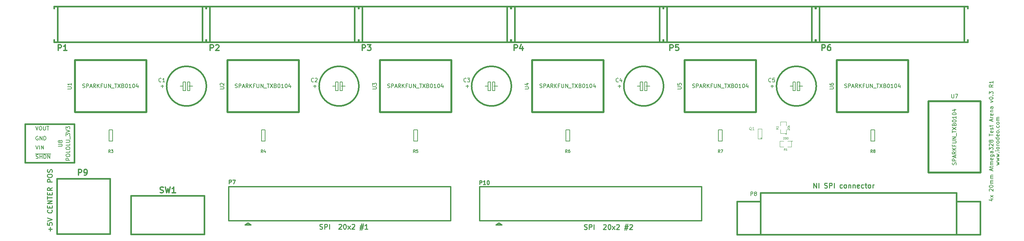
<source format=gto>
G04 (created by PCBNEW (2013-jul-07)-stable) date Thu 11 Jun 2015 04:55:29 PM PDT*
%MOIN*%
G04 Gerber Fmt 3.4, Leading zero omitted, Abs format*
%FSLAX34Y34*%
G01*
G70*
G90*
G04 APERTURE LIST*
%ADD10C,0.00590551*%
%ADD11C,0.01*%
%ADD12C,0.008*%
%ADD13C,0.015*%
%ADD14C,0.006*%
%ADD15C,0.011811*%
%ADD16C,0.0031*%
%ADD17C,0.0039*%
%ADD18C,0.02*%
%ADD19C,0.012*%
%ADD20C,0.0108*%
%ADD21C,0.0047*%
%ADD22C,0.0043*%
G04 APERTURE END LIST*
G54D10*
G54D11*
X74541Y-42778D02*
X74613Y-42802D01*
X74732Y-42802D01*
X74780Y-42778D01*
X74803Y-42754D01*
X74827Y-42707D01*
X74827Y-42659D01*
X74803Y-42611D01*
X74780Y-42588D01*
X74732Y-42564D01*
X74637Y-42540D01*
X74589Y-42516D01*
X74565Y-42492D01*
X74541Y-42445D01*
X74541Y-42397D01*
X74565Y-42350D01*
X74589Y-42326D01*
X74637Y-42302D01*
X74756Y-42302D01*
X74827Y-42326D01*
X75041Y-42802D02*
X75041Y-42302D01*
X75232Y-42302D01*
X75280Y-42326D01*
X75303Y-42350D01*
X75327Y-42397D01*
X75327Y-42469D01*
X75303Y-42516D01*
X75280Y-42540D01*
X75232Y-42564D01*
X75041Y-42564D01*
X75541Y-42802D02*
X75541Y-42302D01*
X76518Y-42350D02*
X76541Y-42326D01*
X76589Y-42302D01*
X76708Y-42302D01*
X76756Y-42326D01*
X76780Y-42350D01*
X76803Y-42397D01*
X76803Y-42445D01*
X76780Y-42516D01*
X76494Y-42802D01*
X76803Y-42802D01*
X77113Y-42302D02*
X77160Y-42302D01*
X77208Y-42326D01*
X77232Y-42350D01*
X77256Y-42397D01*
X77280Y-42492D01*
X77280Y-42611D01*
X77256Y-42707D01*
X77232Y-42754D01*
X77208Y-42778D01*
X77160Y-42802D01*
X77113Y-42802D01*
X77065Y-42778D01*
X77041Y-42754D01*
X77018Y-42707D01*
X76994Y-42611D01*
X76994Y-42492D01*
X77018Y-42397D01*
X77041Y-42350D01*
X77065Y-42326D01*
X77113Y-42302D01*
X77446Y-42802D02*
X77708Y-42469D01*
X77446Y-42469D02*
X77708Y-42802D01*
X77875Y-42350D02*
X77899Y-42326D01*
X77946Y-42302D01*
X78065Y-42302D01*
X78113Y-42326D01*
X78137Y-42350D01*
X78160Y-42397D01*
X78160Y-42445D01*
X78137Y-42516D01*
X77851Y-42802D01*
X78160Y-42802D01*
X78732Y-42469D02*
X79089Y-42469D01*
X78875Y-42254D02*
X78732Y-42897D01*
X79041Y-42683D02*
X78684Y-42683D01*
X78899Y-42897D02*
X79041Y-42254D01*
X79232Y-42350D02*
X79256Y-42326D01*
X79303Y-42302D01*
X79422Y-42302D01*
X79470Y-42326D01*
X79494Y-42350D01*
X79518Y-42397D01*
X79518Y-42445D01*
X79494Y-42516D01*
X79208Y-42802D01*
X79518Y-42802D01*
X98304Y-38502D02*
X98304Y-38002D01*
X98590Y-38502D01*
X98590Y-38002D01*
X98828Y-38502D02*
X98828Y-38002D01*
X99423Y-38478D02*
X99495Y-38502D01*
X99614Y-38502D01*
X99661Y-38478D01*
X99685Y-38454D01*
X99709Y-38407D01*
X99709Y-38359D01*
X99685Y-38311D01*
X99661Y-38288D01*
X99614Y-38264D01*
X99519Y-38240D01*
X99471Y-38216D01*
X99447Y-38192D01*
X99423Y-38145D01*
X99423Y-38097D01*
X99447Y-38050D01*
X99471Y-38026D01*
X99519Y-38002D01*
X99638Y-38002D01*
X99709Y-38026D01*
X99923Y-38502D02*
X99923Y-38002D01*
X100114Y-38002D01*
X100161Y-38026D01*
X100185Y-38050D01*
X100209Y-38097D01*
X100209Y-38169D01*
X100185Y-38216D01*
X100161Y-38240D01*
X100114Y-38264D01*
X99923Y-38264D01*
X100423Y-38502D02*
X100423Y-38002D01*
X101257Y-38478D02*
X101209Y-38502D01*
X101114Y-38502D01*
X101066Y-38478D01*
X101042Y-38454D01*
X101019Y-38407D01*
X101019Y-38264D01*
X101042Y-38216D01*
X101066Y-38192D01*
X101114Y-38169D01*
X101209Y-38169D01*
X101257Y-38192D01*
X101542Y-38502D02*
X101495Y-38478D01*
X101471Y-38454D01*
X101447Y-38407D01*
X101447Y-38264D01*
X101471Y-38216D01*
X101495Y-38192D01*
X101542Y-38169D01*
X101614Y-38169D01*
X101661Y-38192D01*
X101685Y-38216D01*
X101709Y-38264D01*
X101709Y-38407D01*
X101685Y-38454D01*
X101661Y-38478D01*
X101614Y-38502D01*
X101542Y-38502D01*
X101923Y-38169D02*
X101923Y-38502D01*
X101923Y-38216D02*
X101947Y-38192D01*
X101995Y-38169D01*
X102066Y-38169D01*
X102114Y-38192D01*
X102138Y-38240D01*
X102138Y-38502D01*
X102376Y-38169D02*
X102376Y-38502D01*
X102376Y-38216D02*
X102400Y-38192D01*
X102447Y-38169D01*
X102519Y-38169D01*
X102566Y-38192D01*
X102590Y-38240D01*
X102590Y-38502D01*
X103019Y-38478D02*
X102971Y-38502D01*
X102876Y-38502D01*
X102828Y-38478D01*
X102804Y-38430D01*
X102804Y-38240D01*
X102828Y-38192D01*
X102876Y-38169D01*
X102971Y-38169D01*
X103019Y-38192D01*
X103042Y-38240D01*
X103042Y-38288D01*
X102804Y-38335D01*
X103471Y-38478D02*
X103423Y-38502D01*
X103328Y-38502D01*
X103280Y-38478D01*
X103257Y-38454D01*
X103233Y-38407D01*
X103233Y-38264D01*
X103257Y-38216D01*
X103280Y-38192D01*
X103328Y-38169D01*
X103423Y-38169D01*
X103471Y-38192D01*
X103614Y-38169D02*
X103804Y-38169D01*
X103685Y-38002D02*
X103685Y-38430D01*
X103709Y-38478D01*
X103757Y-38502D01*
X103804Y-38502D01*
X104042Y-38502D02*
X103995Y-38478D01*
X103971Y-38454D01*
X103947Y-38407D01*
X103947Y-38264D01*
X103971Y-38216D01*
X103995Y-38192D01*
X104042Y-38169D01*
X104114Y-38169D01*
X104161Y-38192D01*
X104185Y-38216D01*
X104209Y-38264D01*
X104209Y-38407D01*
X104185Y-38454D01*
X104161Y-38478D01*
X104114Y-38502D01*
X104042Y-38502D01*
X104423Y-38502D02*
X104423Y-38169D01*
X104423Y-38264D02*
X104447Y-38216D01*
X104471Y-38192D01*
X104519Y-38169D01*
X104566Y-38169D01*
X47121Y-42748D02*
X47193Y-42772D01*
X47312Y-42772D01*
X47360Y-42748D01*
X47383Y-42724D01*
X47407Y-42677D01*
X47407Y-42629D01*
X47383Y-42581D01*
X47360Y-42558D01*
X47312Y-42534D01*
X47217Y-42510D01*
X47169Y-42486D01*
X47145Y-42462D01*
X47121Y-42415D01*
X47121Y-42367D01*
X47145Y-42320D01*
X47169Y-42296D01*
X47217Y-42272D01*
X47336Y-42272D01*
X47407Y-42296D01*
X47621Y-42772D02*
X47621Y-42272D01*
X47812Y-42272D01*
X47860Y-42296D01*
X47883Y-42320D01*
X47907Y-42367D01*
X47907Y-42439D01*
X47883Y-42486D01*
X47860Y-42510D01*
X47812Y-42534D01*
X47621Y-42534D01*
X48121Y-42772D02*
X48121Y-42272D01*
X49098Y-42320D02*
X49121Y-42296D01*
X49169Y-42272D01*
X49288Y-42272D01*
X49336Y-42296D01*
X49360Y-42320D01*
X49383Y-42367D01*
X49383Y-42415D01*
X49360Y-42486D01*
X49074Y-42772D01*
X49383Y-42772D01*
X49693Y-42272D02*
X49740Y-42272D01*
X49788Y-42296D01*
X49812Y-42320D01*
X49836Y-42367D01*
X49860Y-42462D01*
X49860Y-42581D01*
X49836Y-42677D01*
X49812Y-42724D01*
X49788Y-42748D01*
X49740Y-42772D01*
X49693Y-42772D01*
X49645Y-42748D01*
X49621Y-42724D01*
X49598Y-42677D01*
X49574Y-42581D01*
X49574Y-42462D01*
X49598Y-42367D01*
X49621Y-42320D01*
X49645Y-42296D01*
X49693Y-42272D01*
X50026Y-42772D02*
X50288Y-42439D01*
X50026Y-42439D02*
X50288Y-42772D01*
X50455Y-42320D02*
X50479Y-42296D01*
X50526Y-42272D01*
X50645Y-42272D01*
X50693Y-42296D01*
X50717Y-42320D01*
X50740Y-42367D01*
X50740Y-42415D01*
X50717Y-42486D01*
X50431Y-42772D01*
X50740Y-42772D01*
X51312Y-42439D02*
X51669Y-42439D01*
X51455Y-42224D02*
X51312Y-42867D01*
X51621Y-42653D02*
X51264Y-42653D01*
X51479Y-42867D02*
X51621Y-42224D01*
X52098Y-42772D02*
X51812Y-42772D01*
X51955Y-42772D02*
X51955Y-42272D01*
X51907Y-42343D01*
X51860Y-42391D01*
X51812Y-42415D01*
G54D12*
X116625Y-39659D02*
X116891Y-39659D01*
X116472Y-39754D02*
X116758Y-39849D01*
X116758Y-39601D01*
X116891Y-39487D02*
X116625Y-39278D01*
X116625Y-39487D02*
X116891Y-39278D01*
X116530Y-38839D02*
X116510Y-38820D01*
X116491Y-38782D01*
X116491Y-38687D01*
X116510Y-38649D01*
X116530Y-38630D01*
X116568Y-38611D01*
X116606Y-38611D01*
X116663Y-38630D01*
X116891Y-38859D01*
X116891Y-38611D01*
X116491Y-38363D02*
X116491Y-38325D01*
X116510Y-38287D01*
X116530Y-38268D01*
X116568Y-38249D01*
X116644Y-38230D01*
X116739Y-38230D01*
X116815Y-38249D01*
X116853Y-38268D01*
X116872Y-38287D01*
X116891Y-38325D01*
X116891Y-38363D01*
X116872Y-38401D01*
X116853Y-38420D01*
X116815Y-38439D01*
X116739Y-38459D01*
X116644Y-38459D01*
X116568Y-38439D01*
X116530Y-38420D01*
X116510Y-38401D01*
X116491Y-38363D01*
X116891Y-38059D02*
X116625Y-38059D01*
X116663Y-38059D02*
X116644Y-38039D01*
X116625Y-38001D01*
X116625Y-37944D01*
X116644Y-37906D01*
X116682Y-37887D01*
X116891Y-37887D01*
X116682Y-37887D02*
X116644Y-37868D01*
X116625Y-37830D01*
X116625Y-37773D01*
X116644Y-37735D01*
X116682Y-37716D01*
X116891Y-37716D01*
X116891Y-37525D02*
X116625Y-37525D01*
X116663Y-37525D02*
X116644Y-37506D01*
X116625Y-37468D01*
X116625Y-37411D01*
X116644Y-37373D01*
X116682Y-37354D01*
X116891Y-37354D01*
X116682Y-37354D02*
X116644Y-37335D01*
X116625Y-37297D01*
X116625Y-37239D01*
X116644Y-37201D01*
X116682Y-37182D01*
X116891Y-37182D01*
X116777Y-36706D02*
X116777Y-36516D01*
X116891Y-36744D02*
X116491Y-36611D01*
X116891Y-36478D01*
X116625Y-36401D02*
X116625Y-36249D01*
X116491Y-36344D02*
X116834Y-36344D01*
X116872Y-36325D01*
X116891Y-36287D01*
X116891Y-36249D01*
X116891Y-36116D02*
X116625Y-36116D01*
X116663Y-36116D02*
X116644Y-36097D01*
X116625Y-36059D01*
X116625Y-36001D01*
X116644Y-35963D01*
X116682Y-35944D01*
X116891Y-35944D01*
X116682Y-35944D02*
X116644Y-35925D01*
X116625Y-35887D01*
X116625Y-35830D01*
X116644Y-35792D01*
X116682Y-35773D01*
X116891Y-35773D01*
X116872Y-35430D02*
X116891Y-35468D01*
X116891Y-35544D01*
X116872Y-35582D01*
X116834Y-35601D01*
X116682Y-35601D01*
X116644Y-35582D01*
X116625Y-35544D01*
X116625Y-35468D01*
X116644Y-35430D01*
X116682Y-35411D01*
X116720Y-35411D01*
X116758Y-35601D01*
X116625Y-35068D02*
X116949Y-35068D01*
X116987Y-35087D01*
X117006Y-35106D01*
X117025Y-35144D01*
X117025Y-35201D01*
X117006Y-35239D01*
X116872Y-35068D02*
X116891Y-35106D01*
X116891Y-35182D01*
X116872Y-35220D01*
X116853Y-35239D01*
X116815Y-35259D01*
X116701Y-35259D01*
X116663Y-35239D01*
X116644Y-35220D01*
X116625Y-35182D01*
X116625Y-35106D01*
X116644Y-35068D01*
X116891Y-34706D02*
X116682Y-34706D01*
X116644Y-34725D01*
X116625Y-34763D01*
X116625Y-34839D01*
X116644Y-34878D01*
X116872Y-34706D02*
X116891Y-34744D01*
X116891Y-34839D01*
X116872Y-34878D01*
X116834Y-34897D01*
X116796Y-34897D01*
X116758Y-34878D01*
X116739Y-34839D01*
X116739Y-34744D01*
X116720Y-34706D01*
X116491Y-34554D02*
X116491Y-34306D01*
X116644Y-34439D01*
X116644Y-34382D01*
X116663Y-34344D01*
X116682Y-34325D01*
X116720Y-34306D01*
X116815Y-34306D01*
X116853Y-34325D01*
X116872Y-34344D01*
X116891Y-34382D01*
X116891Y-34497D01*
X116872Y-34535D01*
X116853Y-34554D01*
X116530Y-34154D02*
X116510Y-34135D01*
X116491Y-34097D01*
X116491Y-34001D01*
X116510Y-33963D01*
X116530Y-33944D01*
X116568Y-33925D01*
X116606Y-33925D01*
X116663Y-33944D01*
X116891Y-34173D01*
X116891Y-33925D01*
X116663Y-33697D02*
X116644Y-33735D01*
X116625Y-33754D01*
X116587Y-33773D01*
X116568Y-33773D01*
X116530Y-33754D01*
X116510Y-33735D01*
X116491Y-33697D01*
X116491Y-33620D01*
X116510Y-33582D01*
X116530Y-33563D01*
X116568Y-33544D01*
X116587Y-33544D01*
X116625Y-33563D01*
X116644Y-33582D01*
X116663Y-33620D01*
X116663Y-33697D01*
X116682Y-33735D01*
X116701Y-33754D01*
X116739Y-33773D01*
X116815Y-33773D01*
X116853Y-33754D01*
X116872Y-33735D01*
X116891Y-33697D01*
X116891Y-33620D01*
X116872Y-33582D01*
X116853Y-33563D01*
X116815Y-33544D01*
X116739Y-33544D01*
X116701Y-33563D01*
X116682Y-33582D01*
X116663Y-33620D01*
X116491Y-33125D02*
X116491Y-32897D01*
X116891Y-33011D02*
X116491Y-33011D01*
X116872Y-32611D02*
X116891Y-32649D01*
X116891Y-32725D01*
X116872Y-32763D01*
X116834Y-32782D01*
X116682Y-32782D01*
X116644Y-32763D01*
X116625Y-32725D01*
X116625Y-32649D01*
X116644Y-32611D01*
X116682Y-32592D01*
X116720Y-32592D01*
X116758Y-32782D01*
X116872Y-32439D02*
X116891Y-32401D01*
X116891Y-32325D01*
X116872Y-32287D01*
X116834Y-32268D01*
X116815Y-32268D01*
X116777Y-32287D01*
X116758Y-32325D01*
X116758Y-32382D01*
X116739Y-32420D01*
X116701Y-32439D01*
X116682Y-32439D01*
X116644Y-32420D01*
X116625Y-32382D01*
X116625Y-32325D01*
X116644Y-32287D01*
X116625Y-32154D02*
X116625Y-32001D01*
X116491Y-32097D02*
X116834Y-32097D01*
X116872Y-32078D01*
X116891Y-32039D01*
X116891Y-32001D01*
X116777Y-31582D02*
X116777Y-31392D01*
X116891Y-31620D02*
X116491Y-31487D01*
X116891Y-31354D01*
X116891Y-31220D02*
X116625Y-31220D01*
X116701Y-31220D02*
X116663Y-31201D01*
X116644Y-31182D01*
X116625Y-31144D01*
X116625Y-31106D01*
X116872Y-30820D02*
X116891Y-30859D01*
X116891Y-30935D01*
X116872Y-30973D01*
X116834Y-30992D01*
X116682Y-30992D01*
X116644Y-30973D01*
X116625Y-30935D01*
X116625Y-30859D01*
X116644Y-30820D01*
X116682Y-30801D01*
X116720Y-30801D01*
X116758Y-30992D01*
X116625Y-30630D02*
X116891Y-30630D01*
X116663Y-30630D02*
X116644Y-30611D01*
X116625Y-30573D01*
X116625Y-30516D01*
X116644Y-30478D01*
X116682Y-30459D01*
X116891Y-30459D01*
X116891Y-30097D02*
X116682Y-30097D01*
X116644Y-30116D01*
X116625Y-30154D01*
X116625Y-30230D01*
X116644Y-30268D01*
X116872Y-30097D02*
X116891Y-30135D01*
X116891Y-30230D01*
X116872Y-30268D01*
X116834Y-30287D01*
X116796Y-30287D01*
X116758Y-30268D01*
X116739Y-30230D01*
X116739Y-30135D01*
X116720Y-30097D01*
X116625Y-29640D02*
X116891Y-29544D01*
X116625Y-29449D01*
X116491Y-29220D02*
X116491Y-29182D01*
X116510Y-29144D01*
X116530Y-29125D01*
X116568Y-29106D01*
X116644Y-29087D01*
X116739Y-29087D01*
X116815Y-29106D01*
X116853Y-29125D01*
X116872Y-29144D01*
X116891Y-29182D01*
X116891Y-29220D01*
X116872Y-29259D01*
X116853Y-29278D01*
X116815Y-29297D01*
X116739Y-29316D01*
X116644Y-29316D01*
X116568Y-29297D01*
X116530Y-29278D01*
X116510Y-29259D01*
X116491Y-29220D01*
X116853Y-28916D02*
X116872Y-28897D01*
X116891Y-28916D01*
X116872Y-28935D01*
X116853Y-28916D01*
X116891Y-28916D01*
X116491Y-28763D02*
X116491Y-28516D01*
X116644Y-28649D01*
X116644Y-28592D01*
X116663Y-28554D01*
X116682Y-28535D01*
X116720Y-28516D01*
X116815Y-28516D01*
X116853Y-28535D01*
X116872Y-28554D01*
X116891Y-28592D01*
X116891Y-28706D01*
X116872Y-28744D01*
X116853Y-28763D01*
X116891Y-27811D02*
X116701Y-27944D01*
X116891Y-28040D02*
X116491Y-28040D01*
X116491Y-27887D01*
X116510Y-27849D01*
X116530Y-27830D01*
X116568Y-27811D01*
X116625Y-27811D01*
X116663Y-27830D01*
X116682Y-27849D01*
X116701Y-27887D01*
X116701Y-28040D01*
X116891Y-27430D02*
X116891Y-27659D01*
X116891Y-27544D02*
X116491Y-27544D01*
X116549Y-27582D01*
X116587Y-27620D01*
X116606Y-27659D01*
X117265Y-36135D02*
X117531Y-36059D01*
X117341Y-35982D01*
X117531Y-35906D01*
X117265Y-35830D01*
X117265Y-35716D02*
X117531Y-35640D01*
X117341Y-35563D01*
X117531Y-35487D01*
X117265Y-35411D01*
X117265Y-35297D02*
X117531Y-35220D01*
X117341Y-35144D01*
X117531Y-35068D01*
X117265Y-34992D01*
X117493Y-34840D02*
X117512Y-34820D01*
X117531Y-34840D01*
X117512Y-34859D01*
X117493Y-34840D01*
X117531Y-34840D01*
X117531Y-34649D02*
X117265Y-34649D01*
X117131Y-34649D02*
X117150Y-34668D01*
X117170Y-34649D01*
X117150Y-34630D01*
X117131Y-34649D01*
X117170Y-34649D01*
X117531Y-34401D02*
X117512Y-34439D01*
X117493Y-34459D01*
X117455Y-34478D01*
X117341Y-34478D01*
X117303Y-34459D01*
X117284Y-34439D01*
X117265Y-34401D01*
X117265Y-34344D01*
X117284Y-34306D01*
X117303Y-34287D01*
X117341Y-34268D01*
X117455Y-34268D01*
X117493Y-34287D01*
X117512Y-34306D01*
X117531Y-34344D01*
X117531Y-34401D01*
X117531Y-34097D02*
X117265Y-34097D01*
X117341Y-34097D02*
X117303Y-34078D01*
X117284Y-34059D01*
X117265Y-34020D01*
X117265Y-33982D01*
X117531Y-33792D02*
X117512Y-33830D01*
X117493Y-33849D01*
X117455Y-33868D01*
X117341Y-33868D01*
X117303Y-33849D01*
X117284Y-33830D01*
X117265Y-33792D01*
X117265Y-33735D01*
X117284Y-33697D01*
X117303Y-33678D01*
X117341Y-33659D01*
X117455Y-33659D01*
X117493Y-33678D01*
X117512Y-33697D01*
X117531Y-33735D01*
X117531Y-33792D01*
X117531Y-33316D02*
X117131Y-33316D01*
X117512Y-33316D02*
X117531Y-33354D01*
X117531Y-33430D01*
X117512Y-33468D01*
X117493Y-33487D01*
X117455Y-33506D01*
X117341Y-33506D01*
X117303Y-33487D01*
X117284Y-33468D01*
X117265Y-33430D01*
X117265Y-33354D01*
X117284Y-33316D01*
X117512Y-32973D02*
X117531Y-33011D01*
X117531Y-33087D01*
X117512Y-33125D01*
X117474Y-33144D01*
X117322Y-33144D01*
X117284Y-33125D01*
X117265Y-33087D01*
X117265Y-33011D01*
X117284Y-32973D01*
X117322Y-32954D01*
X117360Y-32954D01*
X117398Y-33144D01*
X117531Y-32725D02*
X117512Y-32763D01*
X117493Y-32782D01*
X117455Y-32801D01*
X117341Y-32801D01*
X117303Y-32782D01*
X117284Y-32763D01*
X117265Y-32725D01*
X117265Y-32668D01*
X117284Y-32630D01*
X117303Y-32611D01*
X117341Y-32592D01*
X117455Y-32592D01*
X117493Y-32611D01*
X117512Y-32630D01*
X117531Y-32668D01*
X117531Y-32725D01*
X117493Y-32420D02*
X117512Y-32401D01*
X117531Y-32420D01*
X117512Y-32440D01*
X117493Y-32420D01*
X117531Y-32420D01*
X117512Y-32059D02*
X117531Y-32097D01*
X117531Y-32173D01*
X117512Y-32211D01*
X117493Y-32230D01*
X117455Y-32249D01*
X117341Y-32249D01*
X117303Y-32230D01*
X117284Y-32211D01*
X117265Y-32173D01*
X117265Y-32097D01*
X117284Y-32059D01*
X117531Y-31830D02*
X117512Y-31868D01*
X117493Y-31887D01*
X117455Y-31906D01*
X117341Y-31906D01*
X117303Y-31887D01*
X117284Y-31868D01*
X117265Y-31830D01*
X117265Y-31773D01*
X117284Y-31735D01*
X117303Y-31716D01*
X117341Y-31697D01*
X117455Y-31697D01*
X117493Y-31716D01*
X117512Y-31735D01*
X117531Y-31773D01*
X117531Y-31830D01*
X117531Y-31525D02*
X117265Y-31525D01*
X117303Y-31525D02*
X117284Y-31506D01*
X117265Y-31468D01*
X117265Y-31411D01*
X117284Y-31373D01*
X117322Y-31354D01*
X117531Y-31354D01*
X117322Y-31354D02*
X117284Y-31335D01*
X117265Y-31297D01*
X117265Y-31240D01*
X117284Y-31201D01*
X117322Y-31182D01*
X117531Y-31182D01*
G54D11*
X19211Y-42978D02*
X19211Y-42597D01*
X19402Y-42788D02*
X19021Y-42788D01*
X18902Y-42121D02*
X18902Y-42359D01*
X19140Y-42383D01*
X19116Y-42359D01*
X19092Y-42311D01*
X19092Y-42192D01*
X19116Y-42145D01*
X19140Y-42121D01*
X19188Y-42097D01*
X19307Y-42097D01*
X19354Y-42121D01*
X19378Y-42145D01*
X19402Y-42192D01*
X19402Y-42311D01*
X19378Y-42359D01*
X19354Y-42383D01*
X18902Y-41954D02*
X19402Y-41788D01*
X18902Y-41621D01*
X19354Y-40788D02*
X19378Y-40811D01*
X19402Y-40883D01*
X19402Y-40930D01*
X19378Y-41002D01*
X19330Y-41050D01*
X19283Y-41073D01*
X19188Y-41097D01*
X19116Y-41097D01*
X19021Y-41073D01*
X18973Y-41050D01*
X18926Y-41002D01*
X18902Y-40930D01*
X18902Y-40883D01*
X18926Y-40811D01*
X18950Y-40788D01*
X19140Y-40573D02*
X19140Y-40407D01*
X19402Y-40335D02*
X19402Y-40573D01*
X18902Y-40573D01*
X18902Y-40335D01*
X19402Y-40121D02*
X18902Y-40121D01*
X19402Y-39835D01*
X18902Y-39835D01*
X18902Y-39669D02*
X18902Y-39383D01*
X19402Y-39526D02*
X18902Y-39526D01*
X19140Y-39216D02*
X19140Y-39050D01*
X19402Y-38978D02*
X19402Y-39216D01*
X18902Y-39216D01*
X18902Y-38978D01*
X19402Y-38478D02*
X19164Y-38645D01*
X19402Y-38764D02*
X18902Y-38764D01*
X18902Y-38573D01*
X18926Y-38526D01*
X18950Y-38502D01*
X18997Y-38478D01*
X19069Y-38478D01*
X19116Y-38502D01*
X19140Y-38526D01*
X19164Y-38573D01*
X19164Y-38764D01*
X19402Y-37883D02*
X18902Y-37883D01*
X18902Y-37692D01*
X18926Y-37645D01*
X18950Y-37621D01*
X18997Y-37597D01*
X19069Y-37597D01*
X19116Y-37621D01*
X19140Y-37645D01*
X19164Y-37692D01*
X19164Y-37883D01*
X18902Y-37288D02*
X18902Y-37192D01*
X18926Y-37145D01*
X18973Y-37097D01*
X19069Y-37073D01*
X19235Y-37073D01*
X19330Y-37097D01*
X19378Y-37145D01*
X19402Y-37192D01*
X19402Y-37288D01*
X19378Y-37335D01*
X19330Y-37383D01*
X19235Y-37407D01*
X19069Y-37407D01*
X18973Y-37383D01*
X18926Y-37335D01*
X18902Y-37288D01*
X19378Y-36883D02*
X19402Y-36811D01*
X19402Y-36692D01*
X19378Y-36645D01*
X19354Y-36621D01*
X19307Y-36597D01*
X19259Y-36597D01*
X19211Y-36621D01*
X19188Y-36645D01*
X19164Y-36692D01*
X19140Y-36788D01*
X19116Y-36835D01*
X19092Y-36859D01*
X19045Y-36883D01*
X18997Y-36883D01*
X18950Y-36859D01*
X18926Y-36835D01*
X18902Y-36788D01*
X18902Y-36669D01*
X18926Y-36597D01*
G54D13*
X35385Y-27952D02*
G75*
G03X35385Y-27952I-2061J0D01*
G74*
G01*
G54D12*
X33424Y-28402D02*
X33674Y-28402D01*
X33674Y-28402D02*
X33674Y-27502D01*
X33424Y-27502D02*
X33674Y-27502D01*
X33424Y-28402D02*
X33424Y-27502D01*
G54D14*
X32874Y-27952D02*
X32974Y-27952D01*
X32974Y-27952D02*
X32974Y-28402D01*
X32974Y-28402D02*
X33224Y-28402D01*
X33224Y-28402D02*
X33224Y-27502D01*
X33224Y-27502D02*
X32974Y-27502D01*
X32974Y-27502D02*
X32974Y-27952D01*
X33574Y-27952D02*
X33774Y-27952D01*
X30824Y-27802D02*
X30824Y-28102D01*
X30974Y-27952D02*
X30674Y-27952D01*
X33774Y-27952D02*
X33974Y-27952D01*
X32674Y-27952D02*
X32874Y-27952D01*
G54D13*
X51185Y-27952D02*
G75*
G03X51185Y-27952I-2061J0D01*
G74*
G01*
G54D12*
X49224Y-28402D02*
X49474Y-28402D01*
X49474Y-28402D02*
X49474Y-27502D01*
X49224Y-27502D02*
X49474Y-27502D01*
X49224Y-28402D02*
X49224Y-27502D01*
G54D14*
X48674Y-27952D02*
X48774Y-27952D01*
X48774Y-27952D02*
X48774Y-28402D01*
X48774Y-28402D02*
X49024Y-28402D01*
X49024Y-28402D02*
X49024Y-27502D01*
X49024Y-27502D02*
X48774Y-27502D01*
X48774Y-27502D02*
X48774Y-27952D01*
X49374Y-27952D02*
X49574Y-27952D01*
X46624Y-27802D02*
X46624Y-28102D01*
X46774Y-27952D02*
X46474Y-27952D01*
X49574Y-27952D02*
X49774Y-27952D01*
X48474Y-27952D02*
X48674Y-27952D01*
G54D13*
X66985Y-27952D02*
G75*
G03X66985Y-27952I-2061J0D01*
G74*
G01*
G54D12*
X65024Y-28402D02*
X65274Y-28402D01*
X65274Y-28402D02*
X65274Y-27502D01*
X65024Y-27502D02*
X65274Y-27502D01*
X65024Y-28402D02*
X65024Y-27502D01*
G54D14*
X64474Y-27952D02*
X64574Y-27952D01*
X64574Y-27952D02*
X64574Y-28402D01*
X64574Y-28402D02*
X64824Y-28402D01*
X64824Y-28402D02*
X64824Y-27502D01*
X64824Y-27502D02*
X64574Y-27502D01*
X64574Y-27502D02*
X64574Y-27952D01*
X65174Y-27952D02*
X65374Y-27952D01*
X62424Y-27802D02*
X62424Y-28102D01*
X62574Y-27952D02*
X62274Y-27952D01*
X65374Y-27952D02*
X65574Y-27952D01*
X64274Y-27952D02*
X64474Y-27952D01*
G54D13*
X82755Y-27952D02*
G75*
G03X82755Y-27952I-2061J0D01*
G74*
G01*
G54D12*
X80794Y-28402D02*
X81044Y-28402D01*
X81044Y-28402D02*
X81044Y-27502D01*
X80794Y-27502D02*
X81044Y-27502D01*
X80794Y-28402D02*
X80794Y-27502D01*
G54D14*
X80244Y-27952D02*
X80344Y-27952D01*
X80344Y-27952D02*
X80344Y-28402D01*
X80344Y-28402D02*
X80594Y-28402D01*
X80594Y-28402D02*
X80594Y-27502D01*
X80594Y-27502D02*
X80344Y-27502D01*
X80344Y-27502D02*
X80344Y-27952D01*
X80944Y-27952D02*
X81144Y-27952D01*
X78194Y-27802D02*
X78194Y-28102D01*
X78344Y-27952D02*
X78044Y-27952D01*
X81144Y-27952D02*
X81344Y-27952D01*
X80044Y-27952D02*
X80244Y-27952D01*
G54D13*
X98575Y-27952D02*
G75*
G03X98575Y-27952I-2061J0D01*
G74*
G01*
G54D12*
X96614Y-28402D02*
X96864Y-28402D01*
X96864Y-28402D02*
X96864Y-27502D01*
X96614Y-27502D02*
X96864Y-27502D01*
X96614Y-28402D02*
X96614Y-27502D01*
G54D14*
X96064Y-27952D02*
X96164Y-27952D01*
X96164Y-27952D02*
X96164Y-28402D01*
X96164Y-28402D02*
X96414Y-28402D01*
X96414Y-28402D02*
X96414Y-27502D01*
X96414Y-27502D02*
X96164Y-27502D01*
X96164Y-27502D02*
X96164Y-27952D01*
X96764Y-27952D02*
X96964Y-27952D01*
X94014Y-27802D02*
X94014Y-28102D01*
X94164Y-27952D02*
X93864Y-27952D01*
X96964Y-27952D02*
X97164Y-27952D01*
X95864Y-27952D02*
X96064Y-27952D01*
G54D15*
X40012Y-42357D02*
X39912Y-42357D01*
X39712Y-42157D02*
X40012Y-42357D01*
X39712Y-42157D02*
X39412Y-42357D01*
X39412Y-42357D02*
X39962Y-42357D01*
X49216Y-41929D02*
X60712Y-41929D01*
X60712Y-41929D02*
X60712Y-38385D01*
X60712Y-38385D02*
X49208Y-38385D01*
X37712Y-40157D02*
X37712Y-41929D01*
X37712Y-41929D02*
X49216Y-41929D01*
X37712Y-40157D02*
X37712Y-38385D01*
X37712Y-38385D02*
X49208Y-38385D01*
G54D13*
X19590Y-23204D02*
X19590Y-23144D01*
X19590Y-23244D02*
X19590Y-23164D01*
X34950Y-19674D02*
X35330Y-19674D01*
X35330Y-23374D02*
X35330Y-23144D01*
X35330Y-19684D02*
X35330Y-19884D01*
X19590Y-19674D02*
X19590Y-19884D01*
X19590Y-23374D02*
X19590Y-23204D01*
X20060Y-19674D02*
X19595Y-19674D01*
X19995Y-23374D02*
X19590Y-23374D01*
X34935Y-23374D02*
X35330Y-23374D01*
X33460Y-19674D02*
X34960Y-19674D01*
X34960Y-19674D02*
X34960Y-19974D01*
X21460Y-19674D02*
X19960Y-19674D01*
X19960Y-19674D02*
X19960Y-19874D01*
X21460Y-23374D02*
X19960Y-23374D01*
X19960Y-23374D02*
X19960Y-19874D01*
X33460Y-23374D02*
X34960Y-23374D01*
X34960Y-23374D02*
X34960Y-19874D01*
X33460Y-23374D02*
X21460Y-23374D01*
X21460Y-19674D02*
X33460Y-19674D01*
X35378Y-23204D02*
X35378Y-23144D01*
X35378Y-23244D02*
X35378Y-23164D01*
X50738Y-19674D02*
X51118Y-19674D01*
X51118Y-23374D02*
X51118Y-23144D01*
X51118Y-19684D02*
X51118Y-19884D01*
X35378Y-19674D02*
X35378Y-19884D01*
X35378Y-23374D02*
X35378Y-23204D01*
X35848Y-19674D02*
X35383Y-19674D01*
X35783Y-23374D02*
X35378Y-23374D01*
X50723Y-23374D02*
X51118Y-23374D01*
X49248Y-19674D02*
X50748Y-19674D01*
X50748Y-19674D02*
X50748Y-19974D01*
X37248Y-19674D02*
X35748Y-19674D01*
X35748Y-19674D02*
X35748Y-19874D01*
X37248Y-23374D02*
X35748Y-23374D01*
X35748Y-23374D02*
X35748Y-19874D01*
X49248Y-23374D02*
X50748Y-23374D01*
X50748Y-23374D02*
X50748Y-19874D01*
X49248Y-23374D02*
X37248Y-23374D01*
X37248Y-19674D02*
X49248Y-19674D01*
X51165Y-23204D02*
X51165Y-23144D01*
X51165Y-23244D02*
X51165Y-23164D01*
X66525Y-19674D02*
X66905Y-19674D01*
X66905Y-23374D02*
X66905Y-23144D01*
X66905Y-19684D02*
X66905Y-19884D01*
X51165Y-19674D02*
X51165Y-19884D01*
X51165Y-23374D02*
X51165Y-23204D01*
X51635Y-19674D02*
X51170Y-19674D01*
X51570Y-23374D02*
X51165Y-23374D01*
X66510Y-23374D02*
X66905Y-23374D01*
X65035Y-19674D02*
X66535Y-19674D01*
X66535Y-19674D02*
X66535Y-19974D01*
X53035Y-19674D02*
X51535Y-19674D01*
X51535Y-19674D02*
X51535Y-19874D01*
X53035Y-23374D02*
X51535Y-23374D01*
X51535Y-23374D02*
X51535Y-19874D01*
X65035Y-23374D02*
X66535Y-23374D01*
X66535Y-23374D02*
X66535Y-19874D01*
X65035Y-23374D02*
X53035Y-23374D01*
X53035Y-19674D02*
X65035Y-19674D01*
X66952Y-23204D02*
X66952Y-23144D01*
X66952Y-23244D02*
X66952Y-23164D01*
X82312Y-19674D02*
X82692Y-19674D01*
X82692Y-23374D02*
X82692Y-23144D01*
X82692Y-19684D02*
X82692Y-19884D01*
X66952Y-19674D02*
X66952Y-19884D01*
X66952Y-23374D02*
X66952Y-23204D01*
X67422Y-19674D02*
X66957Y-19674D01*
X67357Y-23374D02*
X66952Y-23374D01*
X82297Y-23374D02*
X82692Y-23374D01*
X80822Y-19674D02*
X82322Y-19674D01*
X82322Y-19674D02*
X82322Y-19974D01*
X68822Y-19674D02*
X67322Y-19674D01*
X67322Y-19674D02*
X67322Y-19874D01*
X68822Y-23374D02*
X67322Y-23374D01*
X67322Y-23374D02*
X67322Y-19874D01*
X80822Y-23374D02*
X82322Y-23374D01*
X82322Y-23374D02*
X82322Y-19874D01*
X80822Y-23374D02*
X68822Y-23374D01*
X68822Y-19674D02*
X80822Y-19674D01*
X82740Y-23204D02*
X82740Y-23144D01*
X82740Y-23244D02*
X82740Y-23164D01*
X98100Y-19674D02*
X98480Y-19674D01*
X98480Y-23374D02*
X98480Y-23144D01*
X98480Y-19684D02*
X98480Y-19884D01*
X82740Y-19674D02*
X82740Y-19884D01*
X82740Y-23374D02*
X82740Y-23204D01*
X83210Y-19674D02*
X82745Y-19674D01*
X83145Y-23374D02*
X82740Y-23374D01*
X98085Y-23374D02*
X98480Y-23374D01*
X96610Y-19674D02*
X98110Y-19674D01*
X98110Y-19674D02*
X98110Y-19974D01*
X84610Y-19674D02*
X83110Y-19674D01*
X83110Y-19674D02*
X83110Y-19874D01*
X84610Y-23374D02*
X83110Y-23374D01*
X83110Y-23374D02*
X83110Y-19874D01*
X96610Y-23374D02*
X98110Y-23374D01*
X98110Y-23374D02*
X98110Y-19874D01*
X96610Y-23374D02*
X84610Y-23374D01*
X84610Y-19674D02*
X96610Y-19674D01*
X98527Y-23204D02*
X98527Y-23144D01*
X98527Y-23244D02*
X98527Y-23164D01*
X113887Y-19674D02*
X114267Y-19674D01*
X114267Y-23374D02*
X114267Y-23144D01*
X114267Y-19684D02*
X114267Y-19884D01*
X98527Y-19674D02*
X98527Y-19884D01*
X98527Y-23374D02*
X98527Y-23204D01*
X98997Y-19674D02*
X98532Y-19674D01*
X98932Y-23374D02*
X98527Y-23374D01*
X113872Y-23374D02*
X114267Y-23374D01*
X112397Y-19674D02*
X113897Y-19674D01*
X113897Y-19674D02*
X113897Y-19974D01*
X100397Y-19674D02*
X98897Y-19674D01*
X98897Y-19674D02*
X98897Y-19874D01*
X100397Y-23374D02*
X98897Y-23374D01*
X98897Y-23374D02*
X98897Y-19874D01*
X112397Y-23374D02*
X113897Y-23374D01*
X113897Y-23374D02*
X113897Y-19874D01*
X112397Y-23374D02*
X100397Y-23374D01*
X100397Y-19674D02*
X112397Y-19674D01*
X92814Y-39901D02*
X92814Y-39015D01*
X92814Y-39015D02*
X112992Y-39015D01*
X112992Y-39015D02*
X113090Y-39015D01*
X113090Y-39015D02*
X113090Y-39901D01*
X113090Y-39901D02*
X115551Y-39901D01*
X90354Y-39901D02*
X92814Y-39901D01*
X113090Y-43346D02*
X113090Y-39901D01*
X92814Y-43346D02*
X92814Y-39901D01*
X115551Y-43346D02*
X115551Y-39901D01*
X90354Y-43346D02*
X90354Y-39901D01*
X90354Y-43346D02*
X115551Y-43346D01*
X25387Y-43295D02*
X19887Y-43295D01*
X19887Y-43295D02*
X19887Y-37545D01*
X19887Y-37545D02*
X25387Y-37545D01*
X25387Y-37545D02*
X25387Y-43295D01*
X27550Y-39314D02*
X35150Y-39314D01*
X35150Y-39314D02*
X35150Y-43314D01*
X35150Y-43314D02*
X27550Y-43314D01*
X27550Y-43314D02*
X27550Y-39314D01*
G54D15*
X65996Y-42357D02*
X65896Y-42357D01*
X65696Y-42157D02*
X65996Y-42357D01*
X65696Y-42157D02*
X65396Y-42357D01*
X65396Y-42357D02*
X65946Y-42357D01*
X75200Y-41929D02*
X86696Y-41929D01*
X86696Y-41929D02*
X86696Y-38385D01*
X86696Y-38385D02*
X75192Y-38385D01*
X63696Y-40157D02*
X63696Y-41929D01*
X63696Y-41929D02*
X75200Y-41929D01*
X63696Y-40157D02*
X63696Y-38385D01*
X63696Y-38385D02*
X75192Y-38385D01*
G54D16*
X92930Y-33353D02*
G75*
G03X92930Y-33353I-62J0D01*
G74*
G01*
X92529Y-32390D02*
X92929Y-32390D01*
X92529Y-33415D02*
X92929Y-33415D01*
X92929Y-32390D02*
X92929Y-33415D01*
X92529Y-33415D02*
X92529Y-32390D01*
G54D17*
X96109Y-33660D02*
G75*
G03X96109Y-33660I-50J0D01*
G74*
G01*
X95609Y-33660D02*
X96009Y-33660D01*
X96009Y-33660D02*
X96009Y-34260D01*
X96009Y-34260D02*
X95609Y-34260D01*
X95209Y-34260D02*
X94809Y-34260D01*
X94809Y-34260D02*
X94809Y-33660D01*
X94809Y-33660D02*
X95209Y-33660D01*
X95500Y-32910D02*
G75*
G03X95500Y-32910I-50J0D01*
G74*
G01*
X95450Y-32460D02*
X95450Y-32860D01*
X95450Y-32860D02*
X94850Y-32860D01*
X94850Y-32860D02*
X94850Y-32460D01*
X94850Y-32060D02*
X94850Y-31660D01*
X94850Y-31660D02*
X95450Y-31660D01*
X95450Y-31660D02*
X95450Y-32060D01*
G54D18*
X21750Y-30652D02*
X29150Y-30652D01*
X29150Y-30652D02*
X29150Y-25252D01*
X29150Y-25252D02*
X21750Y-25252D01*
X21750Y-25252D02*
X21750Y-30652D01*
X37550Y-30652D02*
X44950Y-30652D01*
X44950Y-30652D02*
X44950Y-25252D01*
X44950Y-25252D02*
X37550Y-25252D01*
X37550Y-25252D02*
X37550Y-30652D01*
X53350Y-30652D02*
X60750Y-30652D01*
X60750Y-30652D02*
X60750Y-25252D01*
X60750Y-25252D02*
X53350Y-25252D01*
X53350Y-25252D02*
X53350Y-30652D01*
X69120Y-30652D02*
X76520Y-30652D01*
X76520Y-30652D02*
X76520Y-25252D01*
X76520Y-25252D02*
X69120Y-25252D01*
X69120Y-25252D02*
X69120Y-30652D01*
X84940Y-30652D02*
X92340Y-30652D01*
X92340Y-30652D02*
X92340Y-25252D01*
X92340Y-25252D02*
X84940Y-25252D01*
X84940Y-25252D02*
X84940Y-30652D01*
X100700Y-30652D02*
X108100Y-30652D01*
X108100Y-30652D02*
X108100Y-25252D01*
X108100Y-25252D02*
X100700Y-25252D01*
X100700Y-25252D02*
X100700Y-30652D01*
X110209Y-29520D02*
X110209Y-36920D01*
X110209Y-36920D02*
X115609Y-36920D01*
X115609Y-36920D02*
X115609Y-29520D01*
X115609Y-29520D02*
X110209Y-29520D01*
G54D10*
X25283Y-33661D02*
X25676Y-33661D01*
X25676Y-33661D02*
X25676Y-32480D01*
X25676Y-32480D02*
X25283Y-32480D01*
X25283Y-32480D02*
X25283Y-33661D01*
X41083Y-33661D02*
X41476Y-33661D01*
X41476Y-33661D02*
X41476Y-32480D01*
X41476Y-32480D02*
X41083Y-32480D01*
X41083Y-32480D02*
X41083Y-33661D01*
X56873Y-33661D02*
X57266Y-33661D01*
X57266Y-33661D02*
X57266Y-32480D01*
X57266Y-32480D02*
X56873Y-32480D01*
X56873Y-32480D02*
X56873Y-33661D01*
X72623Y-33661D02*
X73016Y-33661D01*
X73016Y-33661D02*
X73016Y-32480D01*
X73016Y-32480D02*
X72623Y-32480D01*
X72623Y-32480D02*
X72623Y-33661D01*
X88443Y-33661D02*
X88837Y-33661D01*
X88837Y-33661D02*
X88837Y-32480D01*
X88837Y-32480D02*
X88443Y-32480D01*
X88443Y-32480D02*
X88443Y-33661D01*
X104243Y-33661D02*
X104637Y-33661D01*
X104637Y-33661D02*
X104637Y-32480D01*
X104637Y-32480D02*
X104243Y-32480D01*
X104243Y-32480D02*
X104243Y-33661D01*
G54D13*
X16600Y-35900D02*
X21700Y-35900D01*
X16600Y-31880D02*
X21700Y-31900D01*
X16600Y-35900D02*
X16600Y-31900D01*
X21700Y-35900D02*
X21700Y-31900D01*
G54D12*
X30698Y-27486D02*
X30679Y-27505D01*
X30622Y-27524D01*
X30584Y-27524D01*
X30526Y-27505D01*
X30488Y-27466D01*
X30469Y-27428D01*
X30450Y-27352D01*
X30450Y-27295D01*
X30469Y-27219D01*
X30488Y-27181D01*
X30526Y-27143D01*
X30584Y-27124D01*
X30622Y-27124D01*
X30679Y-27143D01*
X30698Y-27162D01*
X31079Y-27524D02*
X30850Y-27524D01*
X30964Y-27524D02*
X30964Y-27124D01*
X30926Y-27181D01*
X30888Y-27219D01*
X30850Y-27238D01*
X46498Y-27486D02*
X46479Y-27505D01*
X46422Y-27524D01*
X46384Y-27524D01*
X46326Y-27505D01*
X46288Y-27466D01*
X46269Y-27428D01*
X46250Y-27352D01*
X46250Y-27295D01*
X46269Y-27219D01*
X46288Y-27181D01*
X46326Y-27143D01*
X46384Y-27124D01*
X46422Y-27124D01*
X46479Y-27143D01*
X46498Y-27162D01*
X46650Y-27162D02*
X46669Y-27143D01*
X46707Y-27124D01*
X46803Y-27124D01*
X46841Y-27143D01*
X46860Y-27162D01*
X46879Y-27200D01*
X46879Y-27238D01*
X46860Y-27295D01*
X46631Y-27524D01*
X46879Y-27524D01*
X62298Y-27486D02*
X62279Y-27505D01*
X62222Y-27524D01*
X62184Y-27524D01*
X62126Y-27505D01*
X62088Y-27466D01*
X62069Y-27428D01*
X62050Y-27352D01*
X62050Y-27295D01*
X62069Y-27219D01*
X62088Y-27181D01*
X62126Y-27143D01*
X62184Y-27124D01*
X62222Y-27124D01*
X62279Y-27143D01*
X62298Y-27162D01*
X62431Y-27124D02*
X62679Y-27124D01*
X62545Y-27276D01*
X62603Y-27276D01*
X62641Y-27295D01*
X62660Y-27314D01*
X62679Y-27352D01*
X62679Y-27447D01*
X62660Y-27486D01*
X62641Y-27505D01*
X62603Y-27524D01*
X62488Y-27524D01*
X62450Y-27505D01*
X62431Y-27486D01*
X78068Y-27486D02*
X78049Y-27505D01*
X77992Y-27524D01*
X77954Y-27524D01*
X77896Y-27505D01*
X77858Y-27466D01*
X77839Y-27428D01*
X77820Y-27352D01*
X77820Y-27295D01*
X77839Y-27219D01*
X77858Y-27181D01*
X77896Y-27143D01*
X77954Y-27124D01*
X77992Y-27124D01*
X78049Y-27143D01*
X78068Y-27162D01*
X78411Y-27257D02*
X78411Y-27524D01*
X78315Y-27105D02*
X78220Y-27390D01*
X78468Y-27390D01*
X93888Y-27486D02*
X93869Y-27505D01*
X93812Y-27524D01*
X93774Y-27524D01*
X93717Y-27505D01*
X93678Y-27466D01*
X93659Y-27428D01*
X93640Y-27352D01*
X93640Y-27295D01*
X93659Y-27219D01*
X93678Y-27181D01*
X93717Y-27143D01*
X93774Y-27124D01*
X93812Y-27124D01*
X93869Y-27143D01*
X93888Y-27162D01*
X94250Y-27124D02*
X94059Y-27124D01*
X94040Y-27314D01*
X94059Y-27295D01*
X94097Y-27276D01*
X94193Y-27276D01*
X94231Y-27295D01*
X94250Y-27314D01*
X94269Y-27352D01*
X94269Y-27447D01*
X94250Y-27486D01*
X94231Y-27505D01*
X94193Y-27524D01*
X94097Y-27524D01*
X94059Y-27505D01*
X94040Y-27486D01*
G54D11*
X37748Y-38071D02*
X37748Y-37671D01*
X37900Y-37671D01*
X37938Y-37690D01*
X37957Y-37709D01*
X37976Y-37747D01*
X37976Y-37804D01*
X37957Y-37842D01*
X37938Y-37861D01*
X37900Y-37880D01*
X37748Y-37880D01*
X38109Y-37671D02*
X38376Y-37671D01*
X38205Y-38071D01*
G54D19*
X20029Y-24258D02*
X20029Y-23658D01*
X20258Y-23658D01*
X20315Y-23687D01*
X20343Y-23715D01*
X20372Y-23772D01*
X20372Y-23858D01*
X20343Y-23915D01*
X20315Y-23944D01*
X20258Y-23972D01*
X20029Y-23972D01*
X20943Y-24258D02*
X20601Y-24258D01*
X20772Y-24258D02*
X20772Y-23658D01*
X20715Y-23744D01*
X20658Y-23801D01*
X20601Y-23830D01*
X35777Y-24258D02*
X35777Y-23658D01*
X36006Y-23658D01*
X36063Y-23687D01*
X36091Y-23715D01*
X36120Y-23772D01*
X36120Y-23858D01*
X36091Y-23915D01*
X36063Y-23944D01*
X36006Y-23972D01*
X35777Y-23972D01*
X36349Y-23715D02*
X36377Y-23687D01*
X36434Y-23658D01*
X36577Y-23658D01*
X36634Y-23687D01*
X36663Y-23715D01*
X36691Y-23772D01*
X36691Y-23830D01*
X36663Y-23915D01*
X36320Y-24258D01*
X36691Y-24258D01*
X51525Y-24258D02*
X51525Y-23658D01*
X51754Y-23658D01*
X51811Y-23687D01*
X51839Y-23715D01*
X51868Y-23772D01*
X51868Y-23858D01*
X51839Y-23915D01*
X51811Y-23944D01*
X51754Y-23972D01*
X51525Y-23972D01*
X52068Y-23658D02*
X52439Y-23658D01*
X52239Y-23887D01*
X52325Y-23887D01*
X52382Y-23915D01*
X52411Y-23944D01*
X52439Y-24001D01*
X52439Y-24144D01*
X52411Y-24201D01*
X52382Y-24230D01*
X52325Y-24258D01*
X52154Y-24258D01*
X52097Y-24230D01*
X52068Y-24201D01*
X67273Y-24258D02*
X67273Y-23658D01*
X67502Y-23658D01*
X67559Y-23687D01*
X67587Y-23715D01*
X67616Y-23772D01*
X67616Y-23858D01*
X67587Y-23915D01*
X67559Y-23944D01*
X67502Y-23972D01*
X67273Y-23972D01*
X68130Y-23858D02*
X68130Y-24258D01*
X67987Y-23630D02*
X67845Y-24058D01*
X68216Y-24058D01*
X83415Y-24258D02*
X83415Y-23658D01*
X83643Y-23658D01*
X83701Y-23687D01*
X83729Y-23715D01*
X83758Y-23772D01*
X83758Y-23858D01*
X83729Y-23915D01*
X83701Y-23944D01*
X83643Y-23972D01*
X83415Y-23972D01*
X84301Y-23658D02*
X84015Y-23658D01*
X83986Y-23944D01*
X84015Y-23915D01*
X84072Y-23887D01*
X84215Y-23887D01*
X84272Y-23915D01*
X84301Y-23944D01*
X84329Y-24001D01*
X84329Y-24144D01*
X84301Y-24201D01*
X84272Y-24230D01*
X84215Y-24258D01*
X84072Y-24258D01*
X84015Y-24230D01*
X83986Y-24201D01*
X99163Y-24258D02*
X99163Y-23658D01*
X99392Y-23658D01*
X99449Y-23687D01*
X99477Y-23715D01*
X99506Y-23772D01*
X99506Y-23858D01*
X99477Y-23915D01*
X99449Y-23944D01*
X99392Y-23972D01*
X99163Y-23972D01*
X100020Y-23658D02*
X99906Y-23658D01*
X99849Y-23687D01*
X99820Y-23715D01*
X99763Y-23801D01*
X99734Y-23915D01*
X99734Y-24144D01*
X99763Y-24201D01*
X99792Y-24230D01*
X99849Y-24258D01*
X99963Y-24258D01*
X100020Y-24230D01*
X100049Y-24201D01*
X100077Y-24144D01*
X100077Y-24001D01*
X100049Y-23944D01*
X100020Y-23915D01*
X99963Y-23887D01*
X99849Y-23887D01*
X99792Y-23915D01*
X99763Y-23944D01*
X99734Y-24001D01*
G54D10*
X91788Y-39308D02*
X91788Y-38915D01*
X91938Y-38915D01*
X91975Y-38934D01*
X91994Y-38952D01*
X92013Y-38990D01*
X92013Y-39046D01*
X91994Y-39083D01*
X91975Y-39102D01*
X91938Y-39121D01*
X91788Y-39121D01*
X92238Y-39083D02*
X92200Y-39065D01*
X92181Y-39046D01*
X92163Y-39008D01*
X92163Y-38990D01*
X92181Y-38952D01*
X92200Y-38934D01*
X92238Y-38915D01*
X92313Y-38915D01*
X92350Y-38934D01*
X92369Y-38952D01*
X92388Y-38990D01*
X92388Y-39008D01*
X92369Y-39046D01*
X92350Y-39065D01*
X92313Y-39083D01*
X92238Y-39083D01*
X92200Y-39102D01*
X92181Y-39121D01*
X92163Y-39158D01*
X92163Y-39233D01*
X92181Y-39271D01*
X92200Y-39290D01*
X92238Y-39308D01*
X92313Y-39308D01*
X92350Y-39290D01*
X92369Y-39271D01*
X92388Y-39233D01*
X92388Y-39158D01*
X92369Y-39121D01*
X92350Y-39102D01*
X92313Y-39083D01*
G54D19*
X22116Y-37191D02*
X22116Y-36591D01*
X22344Y-36591D01*
X22401Y-36620D01*
X22430Y-36648D01*
X22459Y-36705D01*
X22459Y-36791D01*
X22430Y-36848D01*
X22401Y-36877D01*
X22344Y-36905D01*
X22116Y-36905D01*
X22744Y-37191D02*
X22859Y-37191D01*
X22916Y-37163D01*
X22944Y-37134D01*
X23001Y-37048D01*
X23030Y-36934D01*
X23030Y-36705D01*
X23001Y-36648D01*
X22973Y-36620D01*
X22916Y-36591D01*
X22801Y-36591D01*
X22744Y-36620D01*
X22716Y-36648D01*
X22687Y-36705D01*
X22687Y-36848D01*
X22716Y-36905D01*
X22744Y-36934D01*
X22801Y-36963D01*
X22916Y-36963D01*
X22973Y-36934D01*
X23001Y-36905D01*
X23030Y-36848D01*
X30585Y-38993D02*
X30671Y-39022D01*
X30814Y-39022D01*
X30871Y-38993D01*
X30900Y-38965D01*
X30928Y-38908D01*
X30928Y-38850D01*
X30900Y-38793D01*
X30871Y-38765D01*
X30814Y-38736D01*
X30700Y-38708D01*
X30642Y-38679D01*
X30614Y-38650D01*
X30585Y-38593D01*
X30585Y-38536D01*
X30614Y-38479D01*
X30642Y-38450D01*
X30700Y-38422D01*
X30842Y-38422D01*
X30928Y-38450D01*
X31128Y-38422D02*
X31271Y-39022D01*
X31385Y-38593D01*
X31500Y-39022D01*
X31642Y-38422D01*
X32185Y-39022D02*
X31842Y-39022D01*
X32014Y-39022D02*
X32014Y-38422D01*
X31957Y-38508D01*
X31900Y-38565D01*
X31842Y-38593D01*
G54D11*
X63691Y-38150D02*
X63691Y-37750D01*
X63843Y-37750D01*
X63881Y-37769D01*
X63900Y-37788D01*
X63920Y-37826D01*
X63920Y-37883D01*
X63900Y-37921D01*
X63881Y-37940D01*
X63843Y-37959D01*
X63691Y-37959D01*
X64300Y-38150D02*
X64072Y-38150D01*
X64186Y-38150D02*
X64186Y-37750D01*
X64148Y-37807D01*
X64110Y-37845D01*
X64072Y-37864D01*
X64548Y-37750D02*
X64586Y-37750D01*
X64624Y-37769D01*
X64643Y-37788D01*
X64662Y-37826D01*
X64681Y-37902D01*
X64681Y-37997D01*
X64662Y-38073D01*
X64643Y-38111D01*
X64624Y-38131D01*
X64586Y-38150D01*
X64548Y-38150D01*
X64510Y-38131D01*
X64491Y-38111D01*
X64472Y-38073D01*
X64453Y-37997D01*
X64453Y-37902D01*
X64472Y-37826D01*
X64491Y-37788D01*
X64510Y-37769D01*
X64548Y-37750D01*
G54D20*
G54D21*
X91862Y-32520D02*
X91834Y-32506D01*
X91805Y-32477D01*
X91762Y-32434D01*
X91734Y-32420D01*
X91705Y-32420D01*
X91719Y-32491D02*
X91691Y-32477D01*
X91662Y-32448D01*
X91648Y-32391D01*
X91648Y-32291D01*
X91662Y-32234D01*
X91691Y-32206D01*
X91719Y-32191D01*
X91777Y-32191D01*
X91805Y-32206D01*
X91834Y-32234D01*
X91848Y-32291D01*
X91848Y-32391D01*
X91834Y-32448D01*
X91805Y-32477D01*
X91777Y-32491D01*
X91719Y-32491D01*
X92134Y-32491D02*
X91962Y-32491D01*
X92048Y-32491D02*
X92048Y-32191D01*
X92019Y-32234D01*
X91991Y-32263D01*
X91962Y-32277D01*
G54D22*
X95357Y-34626D02*
X95291Y-34532D01*
X95244Y-34626D02*
X95244Y-34429D01*
X95319Y-34429D01*
X95338Y-34438D01*
X95347Y-34448D01*
X95357Y-34466D01*
X95357Y-34495D01*
X95347Y-34513D01*
X95338Y-34523D01*
X95319Y-34532D01*
X95244Y-34532D01*
X95544Y-34626D02*
X95432Y-34626D01*
X95488Y-34626D02*
X95488Y-34429D01*
X95469Y-34457D01*
X95451Y-34476D01*
X95432Y-34485D01*
X95165Y-33267D02*
X95175Y-33257D01*
X95194Y-33248D01*
X95240Y-33248D01*
X95259Y-33257D01*
X95269Y-33267D01*
X95278Y-33285D01*
X95278Y-33304D01*
X95269Y-33332D01*
X95156Y-33445D01*
X95278Y-33445D01*
X95400Y-33248D02*
X95419Y-33248D01*
X95437Y-33257D01*
X95447Y-33267D01*
X95456Y-33285D01*
X95466Y-33323D01*
X95466Y-33370D01*
X95456Y-33407D01*
X95447Y-33426D01*
X95437Y-33435D01*
X95419Y-33445D01*
X95400Y-33445D01*
X95381Y-33435D01*
X95372Y-33426D01*
X95362Y-33407D01*
X95353Y-33370D01*
X95353Y-33323D01*
X95362Y-33285D01*
X95372Y-33267D01*
X95381Y-33257D01*
X95400Y-33248D01*
X95588Y-33248D02*
X95606Y-33248D01*
X95625Y-33257D01*
X95634Y-33267D01*
X95644Y-33285D01*
X95653Y-33323D01*
X95653Y-33370D01*
X95644Y-33407D01*
X95634Y-33426D01*
X95625Y-33435D01*
X95606Y-33445D01*
X95588Y-33445D01*
X95569Y-33435D01*
X95559Y-33426D01*
X95550Y-33407D01*
X95541Y-33370D01*
X95541Y-33323D01*
X95550Y-33285D01*
X95559Y-33267D01*
X95569Y-33257D01*
X95588Y-33248D01*
X94639Y-32296D02*
X94545Y-32362D01*
X94639Y-32409D02*
X94442Y-32409D01*
X94442Y-32334D01*
X94451Y-32315D01*
X94460Y-32306D01*
X94479Y-32296D01*
X94507Y-32296D01*
X94526Y-32306D01*
X94535Y-32315D01*
X94545Y-32334D01*
X94545Y-32409D01*
X94460Y-32221D02*
X94451Y-32212D01*
X94442Y-32193D01*
X94442Y-32146D01*
X94451Y-32127D01*
X94460Y-32118D01*
X94479Y-32109D01*
X94498Y-32109D01*
X94526Y-32118D01*
X94639Y-32231D01*
X94639Y-32109D01*
X95618Y-32493D02*
X95609Y-32484D01*
X95599Y-32465D01*
X95599Y-32418D01*
X95609Y-32399D01*
X95618Y-32390D01*
X95637Y-32381D01*
X95655Y-32381D01*
X95684Y-32390D01*
X95796Y-32503D01*
X95796Y-32381D01*
X95599Y-32259D02*
X95599Y-32240D01*
X95609Y-32221D01*
X95618Y-32212D01*
X95637Y-32202D01*
X95674Y-32193D01*
X95721Y-32193D01*
X95759Y-32202D01*
X95777Y-32212D01*
X95787Y-32221D01*
X95796Y-32240D01*
X95796Y-32259D01*
X95787Y-32278D01*
X95777Y-32287D01*
X95759Y-32296D01*
X95721Y-32306D01*
X95674Y-32306D01*
X95637Y-32296D01*
X95618Y-32287D01*
X95609Y-32278D01*
X95599Y-32259D01*
X95796Y-32109D02*
X95599Y-32109D01*
X95721Y-32090D02*
X95796Y-32034D01*
X95665Y-32034D02*
X95740Y-32109D01*
G54D10*
X21015Y-28252D02*
X21334Y-28252D01*
X21371Y-28233D01*
X21390Y-28215D01*
X21409Y-28177D01*
X21409Y-28102D01*
X21390Y-28065D01*
X21371Y-28046D01*
X21334Y-28027D01*
X21015Y-28027D01*
X21409Y-27634D02*
X21409Y-27859D01*
X21409Y-27746D02*
X21015Y-27746D01*
X21071Y-27784D01*
X21109Y-27821D01*
X21128Y-27859D01*
X22562Y-28093D02*
X22619Y-28112D01*
X22712Y-28112D01*
X22750Y-28093D01*
X22769Y-28074D01*
X22787Y-28037D01*
X22787Y-27999D01*
X22769Y-27962D01*
X22750Y-27943D01*
X22712Y-27924D01*
X22637Y-27905D01*
X22600Y-27887D01*
X22581Y-27868D01*
X22562Y-27830D01*
X22562Y-27793D01*
X22581Y-27755D01*
X22600Y-27737D01*
X22637Y-27718D01*
X22731Y-27718D01*
X22787Y-27737D01*
X22956Y-28112D02*
X22956Y-27718D01*
X23106Y-27718D01*
X23144Y-27737D01*
X23162Y-27755D01*
X23181Y-27793D01*
X23181Y-27849D01*
X23162Y-27887D01*
X23144Y-27905D01*
X23106Y-27924D01*
X22956Y-27924D01*
X23331Y-27999D02*
X23518Y-27999D01*
X23294Y-28112D02*
X23425Y-27718D01*
X23556Y-28112D01*
X23912Y-28112D02*
X23781Y-27924D01*
X23687Y-28112D02*
X23687Y-27718D01*
X23837Y-27718D01*
X23875Y-27737D01*
X23893Y-27755D01*
X23912Y-27793D01*
X23912Y-27849D01*
X23893Y-27887D01*
X23875Y-27905D01*
X23837Y-27924D01*
X23687Y-27924D01*
X24081Y-28112D02*
X24081Y-27718D01*
X24306Y-28112D02*
X24137Y-27887D01*
X24306Y-27718D02*
X24081Y-27943D01*
X24606Y-27905D02*
X24475Y-27905D01*
X24475Y-28112D02*
X24475Y-27718D01*
X24662Y-27718D01*
X24812Y-27718D02*
X24812Y-28037D01*
X24831Y-28074D01*
X24850Y-28093D01*
X24887Y-28112D01*
X24962Y-28112D01*
X25000Y-28093D01*
X25018Y-28074D01*
X25037Y-28037D01*
X25037Y-27718D01*
X25225Y-28112D02*
X25225Y-27718D01*
X25450Y-28112D01*
X25450Y-27718D01*
X25543Y-28149D02*
X25843Y-28149D01*
X25881Y-27718D02*
X26106Y-27718D01*
X25993Y-28112D02*
X25993Y-27718D01*
X26199Y-27718D02*
X26462Y-28112D01*
X26462Y-27718D02*
X26199Y-28112D01*
X26743Y-27905D02*
X26799Y-27924D01*
X26818Y-27943D01*
X26837Y-27980D01*
X26837Y-28037D01*
X26818Y-28074D01*
X26799Y-28093D01*
X26762Y-28112D01*
X26612Y-28112D01*
X26612Y-27718D01*
X26743Y-27718D01*
X26781Y-27737D01*
X26799Y-27755D01*
X26818Y-27793D01*
X26818Y-27830D01*
X26799Y-27868D01*
X26781Y-27887D01*
X26743Y-27905D01*
X26612Y-27905D01*
X27081Y-27718D02*
X27118Y-27718D01*
X27156Y-27737D01*
X27174Y-27755D01*
X27193Y-27793D01*
X27212Y-27868D01*
X27212Y-27962D01*
X27193Y-28037D01*
X27174Y-28074D01*
X27156Y-28093D01*
X27118Y-28112D01*
X27081Y-28112D01*
X27043Y-28093D01*
X27024Y-28074D01*
X27006Y-28037D01*
X26987Y-27962D01*
X26987Y-27868D01*
X27006Y-27793D01*
X27024Y-27755D01*
X27043Y-27737D01*
X27081Y-27718D01*
X27587Y-28112D02*
X27362Y-28112D01*
X27474Y-28112D02*
X27474Y-27718D01*
X27437Y-27774D01*
X27399Y-27812D01*
X27362Y-27830D01*
X27830Y-27718D02*
X27868Y-27718D01*
X27905Y-27737D01*
X27924Y-27755D01*
X27943Y-27793D01*
X27962Y-27868D01*
X27962Y-27962D01*
X27943Y-28037D01*
X27924Y-28074D01*
X27905Y-28093D01*
X27868Y-28112D01*
X27830Y-28112D01*
X27793Y-28093D01*
X27774Y-28074D01*
X27755Y-28037D01*
X27737Y-27962D01*
X27737Y-27868D01*
X27755Y-27793D01*
X27774Y-27755D01*
X27793Y-27737D01*
X27830Y-27718D01*
X28299Y-27849D02*
X28299Y-28112D01*
X28205Y-27699D02*
X28112Y-27980D01*
X28355Y-27980D01*
X36815Y-28252D02*
X37134Y-28252D01*
X37171Y-28233D01*
X37190Y-28215D01*
X37209Y-28177D01*
X37209Y-28102D01*
X37190Y-28065D01*
X37171Y-28046D01*
X37134Y-28027D01*
X36815Y-28027D01*
X36853Y-27859D02*
X36834Y-27840D01*
X36815Y-27802D01*
X36815Y-27709D01*
X36834Y-27671D01*
X36853Y-27652D01*
X36890Y-27634D01*
X36928Y-27634D01*
X36984Y-27652D01*
X37209Y-27877D01*
X37209Y-27634D01*
X38362Y-28093D02*
X38419Y-28112D01*
X38512Y-28112D01*
X38550Y-28093D01*
X38569Y-28074D01*
X38587Y-28037D01*
X38587Y-27999D01*
X38569Y-27962D01*
X38550Y-27943D01*
X38512Y-27924D01*
X38437Y-27905D01*
X38400Y-27887D01*
X38381Y-27868D01*
X38362Y-27830D01*
X38362Y-27793D01*
X38381Y-27755D01*
X38400Y-27737D01*
X38437Y-27718D01*
X38531Y-27718D01*
X38587Y-27737D01*
X38756Y-28112D02*
X38756Y-27718D01*
X38906Y-27718D01*
X38944Y-27737D01*
X38962Y-27755D01*
X38981Y-27793D01*
X38981Y-27849D01*
X38962Y-27887D01*
X38944Y-27905D01*
X38906Y-27924D01*
X38756Y-27924D01*
X39131Y-27999D02*
X39318Y-27999D01*
X39094Y-28112D02*
X39225Y-27718D01*
X39356Y-28112D01*
X39712Y-28112D02*
X39581Y-27924D01*
X39487Y-28112D02*
X39487Y-27718D01*
X39637Y-27718D01*
X39675Y-27737D01*
X39693Y-27755D01*
X39712Y-27793D01*
X39712Y-27849D01*
X39693Y-27887D01*
X39675Y-27905D01*
X39637Y-27924D01*
X39487Y-27924D01*
X39881Y-28112D02*
X39881Y-27718D01*
X40106Y-28112D02*
X39937Y-27887D01*
X40106Y-27718D02*
X39881Y-27943D01*
X40406Y-27905D02*
X40275Y-27905D01*
X40275Y-28112D02*
X40275Y-27718D01*
X40462Y-27718D01*
X40612Y-27718D02*
X40612Y-28037D01*
X40631Y-28074D01*
X40650Y-28093D01*
X40687Y-28112D01*
X40762Y-28112D01*
X40800Y-28093D01*
X40818Y-28074D01*
X40837Y-28037D01*
X40837Y-27718D01*
X41025Y-28112D02*
X41025Y-27718D01*
X41250Y-28112D01*
X41250Y-27718D01*
X41343Y-28149D02*
X41643Y-28149D01*
X41681Y-27718D02*
X41906Y-27718D01*
X41793Y-28112D02*
X41793Y-27718D01*
X41999Y-27718D02*
X42262Y-28112D01*
X42262Y-27718D02*
X41999Y-28112D01*
X42543Y-27905D02*
X42599Y-27924D01*
X42618Y-27943D01*
X42637Y-27980D01*
X42637Y-28037D01*
X42618Y-28074D01*
X42599Y-28093D01*
X42562Y-28112D01*
X42412Y-28112D01*
X42412Y-27718D01*
X42543Y-27718D01*
X42581Y-27737D01*
X42599Y-27755D01*
X42618Y-27793D01*
X42618Y-27830D01*
X42599Y-27868D01*
X42581Y-27887D01*
X42543Y-27905D01*
X42412Y-27905D01*
X42881Y-27718D02*
X42918Y-27718D01*
X42956Y-27737D01*
X42974Y-27755D01*
X42993Y-27793D01*
X43012Y-27868D01*
X43012Y-27962D01*
X42993Y-28037D01*
X42974Y-28074D01*
X42956Y-28093D01*
X42918Y-28112D01*
X42881Y-28112D01*
X42843Y-28093D01*
X42824Y-28074D01*
X42806Y-28037D01*
X42787Y-27962D01*
X42787Y-27868D01*
X42806Y-27793D01*
X42824Y-27755D01*
X42843Y-27737D01*
X42881Y-27718D01*
X43387Y-28112D02*
X43162Y-28112D01*
X43274Y-28112D02*
X43274Y-27718D01*
X43237Y-27774D01*
X43199Y-27812D01*
X43162Y-27830D01*
X43630Y-27718D02*
X43668Y-27718D01*
X43705Y-27737D01*
X43724Y-27755D01*
X43743Y-27793D01*
X43762Y-27868D01*
X43762Y-27962D01*
X43743Y-28037D01*
X43724Y-28074D01*
X43705Y-28093D01*
X43668Y-28112D01*
X43630Y-28112D01*
X43593Y-28093D01*
X43574Y-28074D01*
X43555Y-28037D01*
X43537Y-27962D01*
X43537Y-27868D01*
X43555Y-27793D01*
X43574Y-27755D01*
X43593Y-27737D01*
X43630Y-27718D01*
X44099Y-27849D02*
X44099Y-28112D01*
X44005Y-27699D02*
X43912Y-27980D01*
X44155Y-27980D01*
X52615Y-28252D02*
X52934Y-28252D01*
X52971Y-28233D01*
X52990Y-28215D01*
X53009Y-28177D01*
X53009Y-28102D01*
X52990Y-28065D01*
X52971Y-28046D01*
X52934Y-28027D01*
X52615Y-28027D01*
X52615Y-27877D02*
X52615Y-27634D01*
X52765Y-27765D01*
X52765Y-27709D01*
X52784Y-27671D01*
X52803Y-27652D01*
X52840Y-27634D01*
X52934Y-27634D01*
X52971Y-27652D01*
X52990Y-27671D01*
X53009Y-27709D01*
X53009Y-27821D01*
X52990Y-27859D01*
X52971Y-27877D01*
X54162Y-28093D02*
X54219Y-28112D01*
X54312Y-28112D01*
X54350Y-28093D01*
X54369Y-28074D01*
X54387Y-28037D01*
X54387Y-27999D01*
X54369Y-27962D01*
X54350Y-27943D01*
X54312Y-27924D01*
X54237Y-27905D01*
X54200Y-27887D01*
X54181Y-27868D01*
X54162Y-27830D01*
X54162Y-27793D01*
X54181Y-27755D01*
X54200Y-27737D01*
X54237Y-27718D01*
X54331Y-27718D01*
X54387Y-27737D01*
X54556Y-28112D02*
X54556Y-27718D01*
X54706Y-27718D01*
X54744Y-27737D01*
X54762Y-27755D01*
X54781Y-27793D01*
X54781Y-27849D01*
X54762Y-27887D01*
X54744Y-27905D01*
X54706Y-27924D01*
X54556Y-27924D01*
X54931Y-27999D02*
X55118Y-27999D01*
X54894Y-28112D02*
X55025Y-27718D01*
X55156Y-28112D01*
X55512Y-28112D02*
X55381Y-27924D01*
X55287Y-28112D02*
X55287Y-27718D01*
X55437Y-27718D01*
X55475Y-27737D01*
X55493Y-27755D01*
X55512Y-27793D01*
X55512Y-27849D01*
X55493Y-27887D01*
X55475Y-27905D01*
X55437Y-27924D01*
X55287Y-27924D01*
X55681Y-28112D02*
X55681Y-27718D01*
X55906Y-28112D02*
X55737Y-27887D01*
X55906Y-27718D02*
X55681Y-27943D01*
X56206Y-27905D02*
X56075Y-27905D01*
X56075Y-28112D02*
X56075Y-27718D01*
X56262Y-27718D01*
X56412Y-27718D02*
X56412Y-28037D01*
X56431Y-28074D01*
X56450Y-28093D01*
X56487Y-28112D01*
X56562Y-28112D01*
X56600Y-28093D01*
X56618Y-28074D01*
X56637Y-28037D01*
X56637Y-27718D01*
X56825Y-28112D02*
X56825Y-27718D01*
X57050Y-28112D01*
X57050Y-27718D01*
X57143Y-28149D02*
X57443Y-28149D01*
X57481Y-27718D02*
X57706Y-27718D01*
X57593Y-28112D02*
X57593Y-27718D01*
X57799Y-27718D02*
X58062Y-28112D01*
X58062Y-27718D02*
X57799Y-28112D01*
X58343Y-27905D02*
X58399Y-27924D01*
X58418Y-27943D01*
X58437Y-27980D01*
X58437Y-28037D01*
X58418Y-28074D01*
X58399Y-28093D01*
X58362Y-28112D01*
X58212Y-28112D01*
X58212Y-27718D01*
X58343Y-27718D01*
X58381Y-27737D01*
X58399Y-27755D01*
X58418Y-27793D01*
X58418Y-27830D01*
X58399Y-27868D01*
X58381Y-27887D01*
X58343Y-27905D01*
X58212Y-27905D01*
X58681Y-27718D02*
X58718Y-27718D01*
X58756Y-27737D01*
X58774Y-27755D01*
X58793Y-27793D01*
X58812Y-27868D01*
X58812Y-27962D01*
X58793Y-28037D01*
X58774Y-28074D01*
X58756Y-28093D01*
X58718Y-28112D01*
X58681Y-28112D01*
X58643Y-28093D01*
X58624Y-28074D01*
X58606Y-28037D01*
X58587Y-27962D01*
X58587Y-27868D01*
X58606Y-27793D01*
X58624Y-27755D01*
X58643Y-27737D01*
X58681Y-27718D01*
X59187Y-28112D02*
X58962Y-28112D01*
X59074Y-28112D02*
X59074Y-27718D01*
X59037Y-27774D01*
X58999Y-27812D01*
X58962Y-27830D01*
X59430Y-27718D02*
X59468Y-27718D01*
X59505Y-27737D01*
X59524Y-27755D01*
X59543Y-27793D01*
X59562Y-27868D01*
X59562Y-27962D01*
X59543Y-28037D01*
X59524Y-28074D01*
X59505Y-28093D01*
X59468Y-28112D01*
X59430Y-28112D01*
X59393Y-28093D01*
X59374Y-28074D01*
X59355Y-28037D01*
X59337Y-27962D01*
X59337Y-27868D01*
X59355Y-27793D01*
X59374Y-27755D01*
X59393Y-27737D01*
X59430Y-27718D01*
X59899Y-27849D02*
X59899Y-28112D01*
X59805Y-27699D02*
X59712Y-27980D01*
X59955Y-27980D01*
X68385Y-28252D02*
X68704Y-28252D01*
X68741Y-28233D01*
X68760Y-28215D01*
X68779Y-28177D01*
X68779Y-28102D01*
X68760Y-28065D01*
X68741Y-28046D01*
X68704Y-28027D01*
X68385Y-28027D01*
X68516Y-27671D02*
X68779Y-27671D01*
X68366Y-27765D02*
X68648Y-27859D01*
X68648Y-27615D01*
X69932Y-28093D02*
X69989Y-28112D01*
X70082Y-28112D01*
X70120Y-28093D01*
X70139Y-28074D01*
X70157Y-28037D01*
X70157Y-27999D01*
X70139Y-27962D01*
X70120Y-27943D01*
X70082Y-27924D01*
X70007Y-27905D01*
X69970Y-27887D01*
X69951Y-27868D01*
X69932Y-27830D01*
X69932Y-27793D01*
X69951Y-27755D01*
X69970Y-27737D01*
X70007Y-27718D01*
X70101Y-27718D01*
X70157Y-27737D01*
X70326Y-28112D02*
X70326Y-27718D01*
X70476Y-27718D01*
X70514Y-27737D01*
X70532Y-27755D01*
X70551Y-27793D01*
X70551Y-27849D01*
X70532Y-27887D01*
X70514Y-27905D01*
X70476Y-27924D01*
X70326Y-27924D01*
X70701Y-27999D02*
X70889Y-27999D01*
X70664Y-28112D02*
X70795Y-27718D01*
X70926Y-28112D01*
X71282Y-28112D02*
X71151Y-27924D01*
X71057Y-28112D02*
X71057Y-27718D01*
X71207Y-27718D01*
X71245Y-27737D01*
X71264Y-27755D01*
X71282Y-27793D01*
X71282Y-27849D01*
X71264Y-27887D01*
X71245Y-27905D01*
X71207Y-27924D01*
X71057Y-27924D01*
X71451Y-28112D02*
X71451Y-27718D01*
X71676Y-28112D02*
X71507Y-27887D01*
X71676Y-27718D02*
X71451Y-27943D01*
X71976Y-27905D02*
X71845Y-27905D01*
X71845Y-28112D02*
X71845Y-27718D01*
X72032Y-27718D01*
X72182Y-27718D02*
X72182Y-28037D01*
X72201Y-28074D01*
X72220Y-28093D01*
X72257Y-28112D01*
X72332Y-28112D01*
X72370Y-28093D01*
X72388Y-28074D01*
X72407Y-28037D01*
X72407Y-27718D01*
X72595Y-28112D02*
X72595Y-27718D01*
X72820Y-28112D01*
X72820Y-27718D01*
X72913Y-28149D02*
X73213Y-28149D01*
X73251Y-27718D02*
X73476Y-27718D01*
X73363Y-28112D02*
X73363Y-27718D01*
X73569Y-27718D02*
X73832Y-28112D01*
X73832Y-27718D02*
X73569Y-28112D01*
X74113Y-27905D02*
X74169Y-27924D01*
X74188Y-27943D01*
X74207Y-27980D01*
X74207Y-28037D01*
X74188Y-28074D01*
X74169Y-28093D01*
X74132Y-28112D01*
X73982Y-28112D01*
X73982Y-27718D01*
X74113Y-27718D01*
X74151Y-27737D01*
X74169Y-27755D01*
X74188Y-27793D01*
X74188Y-27830D01*
X74169Y-27868D01*
X74151Y-27887D01*
X74113Y-27905D01*
X73982Y-27905D01*
X74451Y-27718D02*
X74488Y-27718D01*
X74526Y-27737D01*
X74544Y-27755D01*
X74563Y-27793D01*
X74582Y-27868D01*
X74582Y-27962D01*
X74563Y-28037D01*
X74544Y-28074D01*
X74526Y-28093D01*
X74488Y-28112D01*
X74451Y-28112D01*
X74413Y-28093D01*
X74394Y-28074D01*
X74376Y-28037D01*
X74357Y-27962D01*
X74357Y-27868D01*
X74376Y-27793D01*
X74394Y-27755D01*
X74413Y-27737D01*
X74451Y-27718D01*
X74957Y-28112D02*
X74732Y-28112D01*
X74844Y-28112D02*
X74844Y-27718D01*
X74807Y-27774D01*
X74769Y-27812D01*
X74732Y-27830D01*
X75201Y-27718D02*
X75238Y-27718D01*
X75276Y-27737D01*
X75294Y-27755D01*
X75313Y-27793D01*
X75332Y-27868D01*
X75332Y-27962D01*
X75313Y-28037D01*
X75294Y-28074D01*
X75276Y-28093D01*
X75238Y-28112D01*
X75201Y-28112D01*
X75163Y-28093D01*
X75144Y-28074D01*
X75126Y-28037D01*
X75107Y-27962D01*
X75107Y-27868D01*
X75126Y-27793D01*
X75144Y-27755D01*
X75163Y-27737D01*
X75201Y-27718D01*
X75669Y-27849D02*
X75669Y-28112D01*
X75575Y-27699D02*
X75482Y-27980D01*
X75725Y-27980D01*
X84205Y-28252D02*
X84524Y-28252D01*
X84562Y-28233D01*
X84580Y-28215D01*
X84599Y-28177D01*
X84599Y-28102D01*
X84580Y-28065D01*
X84562Y-28046D01*
X84524Y-28027D01*
X84205Y-28027D01*
X84205Y-27652D02*
X84205Y-27840D01*
X84393Y-27859D01*
X84374Y-27840D01*
X84355Y-27802D01*
X84355Y-27709D01*
X84374Y-27671D01*
X84393Y-27652D01*
X84430Y-27634D01*
X84524Y-27634D01*
X84562Y-27652D01*
X84580Y-27671D01*
X84599Y-27709D01*
X84599Y-27802D01*
X84580Y-27840D01*
X84562Y-27859D01*
X85753Y-28093D02*
X85809Y-28112D01*
X85902Y-28112D01*
X85940Y-28093D01*
X85959Y-28074D01*
X85977Y-28037D01*
X85977Y-27999D01*
X85959Y-27962D01*
X85940Y-27943D01*
X85902Y-27924D01*
X85828Y-27905D01*
X85790Y-27887D01*
X85771Y-27868D01*
X85753Y-27830D01*
X85753Y-27793D01*
X85771Y-27755D01*
X85790Y-27737D01*
X85828Y-27718D01*
X85921Y-27718D01*
X85977Y-27737D01*
X86146Y-28112D02*
X86146Y-27718D01*
X86296Y-27718D01*
X86334Y-27737D01*
X86352Y-27755D01*
X86371Y-27793D01*
X86371Y-27849D01*
X86352Y-27887D01*
X86334Y-27905D01*
X86296Y-27924D01*
X86146Y-27924D01*
X86521Y-27999D02*
X86709Y-27999D01*
X86484Y-28112D02*
X86615Y-27718D01*
X86746Y-28112D01*
X87102Y-28112D02*
X86971Y-27924D01*
X86877Y-28112D02*
X86877Y-27718D01*
X87027Y-27718D01*
X87065Y-27737D01*
X87084Y-27755D01*
X87102Y-27793D01*
X87102Y-27849D01*
X87084Y-27887D01*
X87065Y-27905D01*
X87027Y-27924D01*
X86877Y-27924D01*
X87271Y-28112D02*
X87271Y-27718D01*
X87496Y-28112D02*
X87327Y-27887D01*
X87496Y-27718D02*
X87271Y-27943D01*
X87796Y-27905D02*
X87665Y-27905D01*
X87665Y-28112D02*
X87665Y-27718D01*
X87852Y-27718D01*
X88002Y-27718D02*
X88002Y-28037D01*
X88021Y-28074D01*
X88040Y-28093D01*
X88077Y-28112D01*
X88152Y-28112D01*
X88190Y-28093D01*
X88208Y-28074D01*
X88227Y-28037D01*
X88227Y-27718D01*
X88415Y-28112D02*
X88415Y-27718D01*
X88640Y-28112D01*
X88640Y-27718D01*
X88733Y-28149D02*
X89033Y-28149D01*
X89071Y-27718D02*
X89296Y-27718D01*
X89183Y-28112D02*
X89183Y-27718D01*
X89390Y-27718D02*
X89652Y-28112D01*
X89652Y-27718D02*
X89390Y-28112D01*
X89933Y-27905D02*
X89989Y-27924D01*
X90008Y-27943D01*
X90027Y-27980D01*
X90027Y-28037D01*
X90008Y-28074D01*
X89989Y-28093D01*
X89952Y-28112D01*
X89802Y-28112D01*
X89802Y-27718D01*
X89933Y-27718D01*
X89971Y-27737D01*
X89989Y-27755D01*
X90008Y-27793D01*
X90008Y-27830D01*
X89989Y-27868D01*
X89971Y-27887D01*
X89933Y-27905D01*
X89802Y-27905D01*
X90271Y-27718D02*
X90308Y-27718D01*
X90346Y-27737D01*
X90364Y-27755D01*
X90383Y-27793D01*
X90402Y-27868D01*
X90402Y-27962D01*
X90383Y-28037D01*
X90364Y-28074D01*
X90346Y-28093D01*
X90308Y-28112D01*
X90271Y-28112D01*
X90233Y-28093D01*
X90214Y-28074D01*
X90196Y-28037D01*
X90177Y-27962D01*
X90177Y-27868D01*
X90196Y-27793D01*
X90214Y-27755D01*
X90233Y-27737D01*
X90271Y-27718D01*
X90777Y-28112D02*
X90552Y-28112D01*
X90664Y-28112D02*
X90664Y-27718D01*
X90627Y-27774D01*
X90589Y-27812D01*
X90552Y-27830D01*
X91021Y-27718D02*
X91058Y-27718D01*
X91096Y-27737D01*
X91114Y-27755D01*
X91133Y-27793D01*
X91152Y-27868D01*
X91152Y-27962D01*
X91133Y-28037D01*
X91114Y-28074D01*
X91096Y-28093D01*
X91058Y-28112D01*
X91021Y-28112D01*
X90983Y-28093D01*
X90964Y-28074D01*
X90946Y-28037D01*
X90927Y-27962D01*
X90927Y-27868D01*
X90946Y-27793D01*
X90964Y-27755D01*
X90983Y-27737D01*
X91021Y-27718D01*
X91489Y-27849D02*
X91489Y-28112D01*
X91396Y-27699D02*
X91302Y-27980D01*
X91546Y-27980D01*
X99965Y-28252D02*
X100284Y-28252D01*
X100321Y-28233D01*
X100340Y-28215D01*
X100359Y-28177D01*
X100359Y-28102D01*
X100340Y-28065D01*
X100321Y-28046D01*
X100284Y-28027D01*
X99965Y-28027D01*
X99965Y-27671D02*
X99965Y-27746D01*
X99984Y-27784D01*
X100003Y-27802D01*
X100059Y-27840D01*
X100134Y-27859D01*
X100284Y-27859D01*
X100321Y-27840D01*
X100340Y-27821D01*
X100359Y-27784D01*
X100359Y-27709D01*
X100340Y-27671D01*
X100321Y-27652D01*
X100284Y-27634D01*
X100190Y-27634D01*
X100153Y-27652D01*
X100134Y-27671D01*
X100115Y-27709D01*
X100115Y-27784D01*
X100134Y-27821D01*
X100153Y-27840D01*
X100190Y-27859D01*
X101512Y-28093D02*
X101569Y-28112D01*
X101662Y-28112D01*
X101700Y-28093D01*
X101719Y-28074D01*
X101737Y-28037D01*
X101737Y-27999D01*
X101719Y-27962D01*
X101700Y-27943D01*
X101662Y-27924D01*
X101587Y-27905D01*
X101550Y-27887D01*
X101531Y-27868D01*
X101512Y-27830D01*
X101512Y-27793D01*
X101531Y-27755D01*
X101550Y-27737D01*
X101587Y-27718D01*
X101681Y-27718D01*
X101737Y-27737D01*
X101906Y-28112D02*
X101906Y-27718D01*
X102056Y-27718D01*
X102094Y-27737D01*
X102112Y-27755D01*
X102131Y-27793D01*
X102131Y-27849D01*
X102112Y-27887D01*
X102094Y-27905D01*
X102056Y-27924D01*
X101906Y-27924D01*
X102281Y-27999D02*
X102468Y-27999D01*
X102244Y-28112D02*
X102375Y-27718D01*
X102506Y-28112D01*
X102862Y-28112D02*
X102731Y-27924D01*
X102637Y-28112D02*
X102637Y-27718D01*
X102787Y-27718D01*
X102825Y-27737D01*
X102843Y-27755D01*
X102862Y-27793D01*
X102862Y-27849D01*
X102843Y-27887D01*
X102825Y-27905D01*
X102787Y-27924D01*
X102637Y-27924D01*
X103031Y-28112D02*
X103031Y-27718D01*
X103256Y-28112D02*
X103087Y-27887D01*
X103256Y-27718D02*
X103031Y-27943D01*
X103556Y-27905D02*
X103425Y-27905D01*
X103425Y-28112D02*
X103425Y-27718D01*
X103612Y-27718D01*
X103762Y-27718D02*
X103762Y-28037D01*
X103781Y-28074D01*
X103800Y-28093D01*
X103837Y-28112D01*
X103912Y-28112D01*
X103950Y-28093D01*
X103968Y-28074D01*
X103987Y-28037D01*
X103987Y-27718D01*
X104175Y-28112D02*
X104175Y-27718D01*
X104400Y-28112D01*
X104400Y-27718D01*
X104493Y-28149D02*
X104793Y-28149D01*
X104831Y-27718D02*
X105056Y-27718D01*
X104943Y-28112D02*
X104943Y-27718D01*
X105149Y-27718D02*
X105412Y-28112D01*
X105412Y-27718D02*
X105149Y-28112D01*
X105693Y-27905D02*
X105749Y-27924D01*
X105768Y-27943D01*
X105787Y-27980D01*
X105787Y-28037D01*
X105768Y-28074D01*
X105749Y-28093D01*
X105712Y-28112D01*
X105562Y-28112D01*
X105562Y-27718D01*
X105693Y-27718D01*
X105731Y-27737D01*
X105749Y-27755D01*
X105768Y-27793D01*
X105768Y-27830D01*
X105749Y-27868D01*
X105731Y-27887D01*
X105693Y-27905D01*
X105562Y-27905D01*
X106031Y-27718D02*
X106068Y-27718D01*
X106106Y-27737D01*
X106124Y-27755D01*
X106143Y-27793D01*
X106162Y-27868D01*
X106162Y-27962D01*
X106143Y-28037D01*
X106124Y-28074D01*
X106106Y-28093D01*
X106068Y-28112D01*
X106031Y-28112D01*
X105993Y-28093D01*
X105974Y-28074D01*
X105956Y-28037D01*
X105937Y-27962D01*
X105937Y-27868D01*
X105956Y-27793D01*
X105974Y-27755D01*
X105993Y-27737D01*
X106031Y-27718D01*
X106537Y-28112D02*
X106312Y-28112D01*
X106424Y-28112D02*
X106424Y-27718D01*
X106387Y-27774D01*
X106349Y-27812D01*
X106312Y-27830D01*
X106780Y-27718D02*
X106818Y-27718D01*
X106855Y-27737D01*
X106874Y-27755D01*
X106893Y-27793D01*
X106912Y-27868D01*
X106912Y-27962D01*
X106893Y-28037D01*
X106874Y-28074D01*
X106855Y-28093D01*
X106818Y-28112D01*
X106780Y-28112D01*
X106743Y-28093D01*
X106724Y-28074D01*
X106705Y-28037D01*
X106687Y-27962D01*
X106687Y-27868D01*
X106705Y-27793D01*
X106724Y-27755D01*
X106743Y-27737D01*
X106780Y-27718D01*
X107249Y-27849D02*
X107249Y-28112D01*
X107155Y-27699D02*
X107062Y-27980D01*
X107305Y-27980D01*
X112609Y-28785D02*
X112609Y-29104D01*
X112628Y-29141D01*
X112647Y-29160D01*
X112684Y-29179D01*
X112759Y-29179D01*
X112797Y-29160D01*
X112816Y-29141D01*
X112834Y-29104D01*
X112834Y-28785D01*
X112984Y-28785D02*
X113247Y-28785D01*
X113078Y-29179D01*
X113050Y-36107D02*
X113069Y-36050D01*
X113069Y-35957D01*
X113050Y-35919D01*
X113031Y-35900D01*
X112994Y-35882D01*
X112956Y-35882D01*
X112919Y-35900D01*
X112900Y-35919D01*
X112881Y-35957D01*
X112862Y-36032D01*
X112844Y-36069D01*
X112825Y-36088D01*
X112787Y-36107D01*
X112750Y-36107D01*
X112712Y-36088D01*
X112694Y-36069D01*
X112675Y-36032D01*
X112675Y-35938D01*
X112694Y-35882D01*
X113069Y-35713D02*
X112675Y-35713D01*
X112675Y-35563D01*
X112694Y-35525D01*
X112712Y-35507D01*
X112750Y-35488D01*
X112806Y-35488D01*
X112844Y-35507D01*
X112862Y-35525D01*
X112881Y-35563D01*
X112881Y-35713D01*
X112956Y-35338D02*
X112956Y-35151D01*
X113069Y-35375D02*
X112675Y-35244D01*
X113069Y-35113D01*
X113069Y-34757D02*
X112881Y-34888D01*
X113069Y-34982D02*
X112675Y-34982D01*
X112675Y-34832D01*
X112694Y-34794D01*
X112712Y-34776D01*
X112750Y-34757D01*
X112806Y-34757D01*
X112844Y-34776D01*
X112862Y-34794D01*
X112881Y-34832D01*
X112881Y-34982D01*
X113069Y-34588D02*
X112675Y-34588D01*
X113069Y-34363D02*
X112844Y-34532D01*
X112675Y-34363D02*
X112900Y-34588D01*
X112862Y-34063D02*
X112862Y-34194D01*
X113069Y-34194D02*
X112675Y-34194D01*
X112675Y-34007D01*
X112675Y-33857D02*
X112994Y-33857D01*
X113031Y-33838D01*
X113050Y-33819D01*
X113069Y-33782D01*
X113069Y-33707D01*
X113050Y-33669D01*
X113031Y-33651D01*
X112994Y-33632D01*
X112675Y-33632D01*
X113069Y-33444D02*
X112675Y-33444D01*
X113069Y-33220D01*
X112675Y-33220D01*
X113106Y-33126D02*
X113106Y-32826D01*
X112675Y-32788D02*
X112675Y-32563D01*
X113069Y-32676D02*
X112675Y-32676D01*
X112675Y-32470D02*
X113069Y-32207D01*
X112675Y-32207D02*
X113069Y-32470D01*
X112862Y-31926D02*
X112881Y-31870D01*
X112900Y-31851D01*
X112937Y-31832D01*
X112994Y-31832D01*
X113031Y-31851D01*
X113050Y-31870D01*
X113069Y-31907D01*
X113069Y-32057D01*
X112675Y-32057D01*
X112675Y-31926D01*
X112694Y-31888D01*
X112712Y-31870D01*
X112750Y-31851D01*
X112787Y-31851D01*
X112825Y-31870D01*
X112844Y-31888D01*
X112862Y-31926D01*
X112862Y-32057D01*
X112675Y-31588D02*
X112675Y-31551D01*
X112694Y-31513D01*
X112712Y-31495D01*
X112750Y-31476D01*
X112825Y-31457D01*
X112919Y-31457D01*
X112994Y-31476D01*
X113031Y-31495D01*
X113050Y-31513D01*
X113069Y-31551D01*
X113069Y-31588D01*
X113050Y-31626D01*
X113031Y-31645D01*
X112994Y-31663D01*
X112919Y-31682D01*
X112825Y-31682D01*
X112750Y-31663D01*
X112712Y-31645D01*
X112694Y-31626D01*
X112675Y-31588D01*
X113069Y-31082D02*
X113069Y-31307D01*
X113069Y-31195D02*
X112675Y-31195D01*
X112731Y-31232D01*
X112769Y-31270D01*
X112787Y-31307D01*
X112675Y-30839D02*
X112675Y-30801D01*
X112694Y-30764D01*
X112712Y-30745D01*
X112750Y-30726D01*
X112825Y-30707D01*
X112919Y-30707D01*
X112994Y-30726D01*
X113031Y-30745D01*
X113050Y-30764D01*
X113069Y-30801D01*
X113069Y-30839D01*
X113050Y-30876D01*
X113031Y-30895D01*
X112994Y-30914D01*
X112919Y-30932D01*
X112825Y-30932D01*
X112750Y-30914D01*
X112712Y-30895D01*
X112694Y-30876D01*
X112675Y-30839D01*
X112806Y-30370D02*
X113069Y-30370D01*
X112656Y-30464D02*
X112937Y-30557D01*
X112937Y-30314D01*
G54D14*
X25430Y-34845D02*
X25330Y-34702D01*
X25258Y-34845D02*
X25258Y-34545D01*
X25372Y-34545D01*
X25401Y-34560D01*
X25415Y-34574D01*
X25430Y-34602D01*
X25430Y-34645D01*
X25415Y-34674D01*
X25401Y-34688D01*
X25372Y-34702D01*
X25258Y-34702D01*
X25530Y-34545D02*
X25715Y-34545D01*
X25615Y-34660D01*
X25658Y-34660D01*
X25687Y-34674D01*
X25701Y-34688D01*
X25715Y-34717D01*
X25715Y-34788D01*
X25701Y-34817D01*
X25687Y-34831D01*
X25658Y-34845D01*
X25572Y-34845D01*
X25544Y-34831D01*
X25530Y-34817D01*
X41229Y-34845D02*
X41129Y-34702D01*
X41058Y-34845D02*
X41058Y-34545D01*
X41172Y-34545D01*
X41201Y-34560D01*
X41215Y-34574D01*
X41229Y-34602D01*
X41229Y-34645D01*
X41215Y-34674D01*
X41201Y-34688D01*
X41172Y-34702D01*
X41058Y-34702D01*
X41487Y-34645D02*
X41487Y-34845D01*
X41415Y-34531D02*
X41344Y-34745D01*
X41529Y-34745D01*
X57020Y-34845D02*
X56920Y-34702D01*
X56848Y-34845D02*
X56848Y-34545D01*
X56962Y-34545D01*
X56991Y-34560D01*
X57005Y-34574D01*
X57020Y-34602D01*
X57020Y-34645D01*
X57005Y-34674D01*
X56991Y-34688D01*
X56962Y-34702D01*
X56848Y-34702D01*
X57291Y-34545D02*
X57148Y-34545D01*
X57134Y-34688D01*
X57148Y-34674D01*
X57177Y-34660D01*
X57248Y-34660D01*
X57277Y-34674D01*
X57291Y-34688D01*
X57305Y-34717D01*
X57305Y-34788D01*
X57291Y-34817D01*
X57277Y-34831D01*
X57248Y-34845D01*
X57177Y-34845D01*
X57148Y-34831D01*
X57134Y-34817D01*
X72770Y-34845D02*
X72670Y-34702D01*
X72598Y-34845D02*
X72598Y-34545D01*
X72712Y-34545D01*
X72741Y-34560D01*
X72755Y-34574D01*
X72770Y-34602D01*
X72770Y-34645D01*
X72755Y-34674D01*
X72741Y-34688D01*
X72712Y-34702D01*
X72598Y-34702D01*
X73027Y-34545D02*
X72970Y-34545D01*
X72941Y-34560D01*
X72927Y-34574D01*
X72898Y-34617D01*
X72884Y-34674D01*
X72884Y-34788D01*
X72898Y-34817D01*
X72912Y-34831D01*
X72941Y-34845D01*
X72998Y-34845D01*
X73027Y-34831D01*
X73041Y-34817D01*
X73055Y-34788D01*
X73055Y-34717D01*
X73041Y-34688D01*
X73027Y-34674D01*
X72998Y-34660D01*
X72941Y-34660D01*
X72912Y-34674D01*
X72898Y-34688D01*
X72884Y-34717D01*
X88590Y-34845D02*
X88490Y-34702D01*
X88418Y-34845D02*
X88418Y-34545D01*
X88533Y-34545D01*
X88561Y-34560D01*
X88575Y-34574D01*
X88590Y-34602D01*
X88590Y-34645D01*
X88575Y-34674D01*
X88561Y-34688D01*
X88533Y-34702D01*
X88418Y-34702D01*
X88690Y-34545D02*
X88890Y-34545D01*
X88761Y-34845D01*
X104390Y-34845D02*
X104290Y-34702D01*
X104218Y-34845D02*
X104218Y-34545D01*
X104333Y-34545D01*
X104361Y-34560D01*
X104375Y-34574D01*
X104390Y-34602D01*
X104390Y-34645D01*
X104375Y-34674D01*
X104361Y-34688D01*
X104333Y-34702D01*
X104218Y-34702D01*
X104561Y-34674D02*
X104533Y-34660D01*
X104518Y-34645D01*
X104504Y-34617D01*
X104504Y-34602D01*
X104518Y-34574D01*
X104533Y-34560D01*
X104561Y-34545D01*
X104618Y-34545D01*
X104647Y-34560D01*
X104661Y-34574D01*
X104675Y-34602D01*
X104675Y-34617D01*
X104661Y-34645D01*
X104647Y-34660D01*
X104618Y-34674D01*
X104561Y-34674D01*
X104533Y-34688D01*
X104518Y-34702D01*
X104504Y-34731D01*
X104504Y-34788D01*
X104518Y-34817D01*
X104533Y-34831D01*
X104561Y-34845D01*
X104618Y-34845D01*
X104647Y-34831D01*
X104661Y-34817D01*
X104675Y-34788D01*
X104675Y-34731D01*
X104661Y-34702D01*
X104647Y-34688D01*
X104618Y-34674D01*
G54D10*
X20045Y-34199D02*
X20364Y-34199D01*
X20401Y-34181D01*
X20420Y-34162D01*
X20439Y-34124D01*
X20439Y-34049D01*
X20420Y-34012D01*
X20401Y-33993D01*
X20364Y-33974D01*
X20045Y-33974D01*
X20214Y-33731D02*
X20195Y-33768D01*
X20176Y-33787D01*
X20139Y-33806D01*
X20120Y-33806D01*
X20083Y-33787D01*
X20064Y-33768D01*
X20045Y-33731D01*
X20045Y-33656D01*
X20064Y-33618D01*
X20083Y-33600D01*
X20120Y-33581D01*
X20139Y-33581D01*
X20176Y-33600D01*
X20195Y-33618D01*
X20214Y-33656D01*
X20214Y-33731D01*
X20233Y-33768D01*
X20251Y-33787D01*
X20289Y-33806D01*
X20364Y-33806D01*
X20401Y-33787D01*
X20420Y-33768D01*
X20439Y-33731D01*
X20439Y-33656D01*
X20420Y-33618D01*
X20401Y-33600D01*
X20364Y-33581D01*
X20289Y-33581D01*
X20251Y-33600D01*
X20233Y-33618D01*
X20214Y-33656D01*
X21239Y-35634D02*
X20845Y-35634D01*
X20845Y-35484D01*
X20864Y-35446D01*
X20883Y-35427D01*
X20920Y-35409D01*
X20976Y-35409D01*
X21014Y-35427D01*
X21033Y-35446D01*
X21051Y-35484D01*
X21051Y-35634D01*
X20845Y-35165D02*
X20845Y-35090D01*
X20864Y-35052D01*
X20901Y-35015D01*
X20976Y-34996D01*
X21108Y-34996D01*
X21183Y-35015D01*
X21220Y-35052D01*
X21239Y-35090D01*
X21239Y-35165D01*
X21220Y-35202D01*
X21183Y-35240D01*
X21108Y-35259D01*
X20976Y-35259D01*
X20901Y-35240D01*
X20864Y-35202D01*
X20845Y-35165D01*
X21239Y-34640D02*
X21239Y-34828D01*
X20845Y-34828D01*
X20845Y-34434D02*
X20845Y-34359D01*
X20864Y-34321D01*
X20901Y-34284D01*
X20976Y-34265D01*
X21108Y-34265D01*
X21183Y-34284D01*
X21220Y-34321D01*
X21239Y-34359D01*
X21239Y-34434D01*
X21220Y-34471D01*
X21183Y-34509D01*
X21108Y-34528D01*
X20976Y-34528D01*
X20901Y-34509D01*
X20864Y-34471D01*
X20845Y-34434D01*
X21239Y-33909D02*
X21239Y-34096D01*
X20845Y-34096D01*
X20845Y-33778D02*
X21164Y-33778D01*
X21201Y-33759D01*
X21220Y-33740D01*
X21239Y-33703D01*
X21239Y-33628D01*
X21220Y-33590D01*
X21201Y-33571D01*
X21164Y-33553D01*
X20845Y-33553D01*
X21276Y-33459D02*
X21276Y-33159D01*
X20845Y-33103D02*
X20845Y-32859D01*
X20995Y-32990D01*
X20995Y-32934D01*
X21014Y-32897D01*
X21033Y-32878D01*
X21070Y-32859D01*
X21164Y-32859D01*
X21201Y-32878D01*
X21220Y-32897D01*
X21239Y-32934D01*
X21239Y-33046D01*
X21220Y-33084D01*
X21201Y-33103D01*
X20845Y-32747D02*
X21239Y-32615D01*
X20845Y-32484D01*
X20845Y-32390D02*
X20845Y-32147D01*
X20995Y-32278D01*
X20995Y-32222D01*
X21014Y-32184D01*
X21033Y-32165D01*
X21070Y-32147D01*
X21164Y-32147D01*
X21201Y-32165D01*
X21220Y-32184D01*
X21239Y-32222D01*
X21239Y-32334D01*
X21220Y-32372D01*
X21201Y-32390D01*
X17686Y-32125D02*
X17817Y-32519D01*
X17948Y-32125D01*
X18155Y-32125D02*
X18230Y-32125D01*
X18267Y-32144D01*
X18305Y-32181D01*
X18323Y-32256D01*
X18323Y-32388D01*
X18305Y-32463D01*
X18267Y-32500D01*
X18230Y-32519D01*
X18155Y-32519D01*
X18117Y-32500D01*
X18080Y-32463D01*
X18061Y-32388D01*
X18061Y-32256D01*
X18080Y-32181D01*
X18117Y-32144D01*
X18155Y-32125D01*
X18492Y-32125D02*
X18492Y-32444D01*
X18511Y-32481D01*
X18529Y-32500D01*
X18567Y-32519D01*
X18642Y-32519D01*
X18679Y-32500D01*
X18698Y-32481D01*
X18717Y-32444D01*
X18717Y-32125D01*
X18848Y-32125D02*
X19073Y-32125D01*
X18961Y-32519D02*
X18961Y-32125D01*
X17940Y-33164D02*
X17902Y-33145D01*
X17846Y-33145D01*
X17790Y-33164D01*
X17752Y-33201D01*
X17733Y-33239D01*
X17715Y-33314D01*
X17715Y-33370D01*
X17733Y-33445D01*
X17752Y-33483D01*
X17790Y-33520D01*
X17846Y-33539D01*
X17883Y-33539D01*
X17940Y-33520D01*
X17958Y-33501D01*
X17958Y-33370D01*
X17883Y-33370D01*
X18127Y-33539D02*
X18127Y-33145D01*
X18352Y-33539D01*
X18352Y-33145D01*
X18539Y-33539D02*
X18539Y-33145D01*
X18633Y-33145D01*
X18689Y-33164D01*
X18727Y-33201D01*
X18746Y-33239D01*
X18764Y-33314D01*
X18764Y-33370D01*
X18746Y-33445D01*
X18727Y-33483D01*
X18689Y-33520D01*
X18633Y-33539D01*
X18539Y-33539D01*
X17708Y-34105D02*
X17840Y-34499D01*
X17971Y-34105D01*
X18102Y-34499D02*
X18102Y-34105D01*
X18289Y-34499D02*
X18289Y-34105D01*
X18514Y-34499D01*
X18514Y-34105D01*
X17738Y-35440D02*
X17794Y-35459D01*
X17888Y-35459D01*
X17925Y-35440D01*
X17944Y-35421D01*
X17963Y-35384D01*
X17963Y-35346D01*
X17944Y-35309D01*
X17925Y-35290D01*
X17888Y-35271D01*
X17813Y-35253D01*
X17775Y-35234D01*
X17756Y-35215D01*
X17738Y-35178D01*
X17738Y-35140D01*
X17756Y-35103D01*
X17775Y-35084D01*
X17813Y-35065D01*
X17906Y-35065D01*
X17963Y-35084D01*
X18131Y-35459D02*
X18131Y-35065D01*
X18131Y-35253D02*
X18356Y-35253D01*
X18356Y-35459D02*
X18356Y-35065D01*
X18544Y-35459D02*
X18544Y-35065D01*
X18638Y-35065D01*
X18694Y-35084D01*
X18731Y-35121D01*
X18750Y-35159D01*
X18769Y-35234D01*
X18769Y-35290D01*
X18750Y-35365D01*
X18731Y-35403D01*
X18694Y-35440D01*
X18638Y-35459D01*
X18544Y-35459D01*
X18938Y-35459D02*
X18938Y-35065D01*
X19163Y-35459D01*
X19163Y-35065D01*
X17663Y-34975D02*
X19256Y-34975D01*
M02*

</source>
